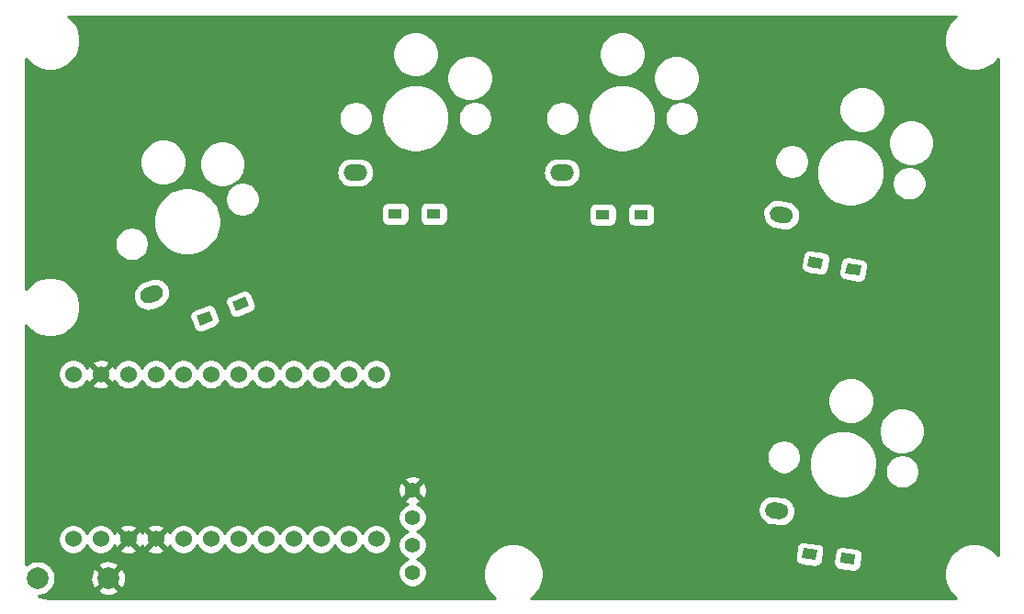
<source format=gtl>
%TF.GenerationSoftware,KiCad,Pcbnew,(5.1.9-0-10_14)*%
%TF.CreationDate,2021-06-22T22:50:01+09:00*%
%TF.ProjectId,quali5,7175616c-6935-42e6-9b69-6361645f7063,rev?*%
%TF.SameCoordinates,Original*%
%TF.FileFunction,Copper,L1,Top*%
%TF.FilePolarity,Positive*%
%FSLAX46Y46*%
G04 Gerber Fmt 4.6, Leading zero omitted, Abs format (unit mm)*
G04 Created by KiCad (PCBNEW (5.1.9-0-10_14)) date 2021-06-22 22:50:01*
%MOMM*%
%LPD*%
G01*
G04 APERTURE LIST*
%TA.AperFunction,ComponentPad*%
%ADD10O,2.200000X1.500000*%
%TD*%
%TA.AperFunction,ComponentPad*%
%ADD11C,1.524000*%
%TD*%
%TA.AperFunction,SMDPad,CuDef*%
%ADD12C,0.100000*%
%TD*%
%TA.AperFunction,SMDPad,CuDef*%
%ADD13R,1.300000X0.950000*%
%TD*%
%TA.AperFunction,ComponentPad*%
%ADD14C,1.397000*%
%TD*%
%TA.AperFunction,ComponentPad*%
%ADD15C,2.000000*%
%TD*%
%TA.AperFunction,Conductor*%
%ADD16C,0.250000*%
%TD*%
%TA.AperFunction,Conductor*%
%ADD17C,0.254000*%
%TD*%
%TA.AperFunction,Conductor*%
%ADD18C,0.100000*%
%TD*%
G04 APERTURE END LIST*
%TO.P,SW2,*%
%TO.N,*%
%TA.AperFunction,ComponentPad*%
G36*
G01*
X88147261Y-111822053D02*
X88147261Y-111822053D01*
G75*
G02*
X88561694Y-110845710I695388J280955D01*
G01*
X89210722Y-110583486D01*
G75*
G02*
X90187065Y-110997919I280955J-695388D01*
G01*
X90187065Y-110997919D01*
G75*
G02*
X89772632Y-111974262I-695388J-280955D01*
G01*
X89123604Y-112236486D01*
G75*
G02*
X88147261Y-111822053I-280955J695388D01*
G01*
G37*
%TD.AperFunction*%
%TD*%
D10*
%TO.P,SW4,*%
%TO.N,*%
X126990000Y-100170000D03*
%TD*%
D11*
%TO.P,U1,1*%
%TO.N,N/C*%
X81932000Y-134001400D03*
%TO.P,U1,2*%
X84472000Y-134001400D03*
%TO.P,U1,3*%
%TO.N,GND*%
X87012000Y-134001400D03*
%TO.P,U1,4*%
X89552000Y-134001400D03*
%TO.P,U1,5*%
%TO.N,SDA*%
X92092000Y-134001400D03*
%TO.P,U1,6*%
%TO.N,SCL*%
X94632000Y-134001400D03*
%TO.P,U1,7*%
%TO.N,N/C*%
X97172000Y-134001400D03*
%TO.P,U1,8*%
X99712000Y-134001400D03*
%TO.P,U1,9*%
X102252000Y-134001400D03*
%TO.P,U1,10*%
X104792000Y-134001400D03*
%TO.P,U1,11*%
X107332000Y-134001400D03*
%TO.P,U1,12*%
X109872000Y-134001400D03*
%TO.P,U1,13*%
%TO.N,col1*%
X109872000Y-118781400D03*
%TO.P,U1,14*%
%TO.N,N/C*%
X107332000Y-118781400D03*
%TO.P,U1,15*%
X104792000Y-118781400D03*
%TO.P,U1,16*%
%TO.N,row3*%
X102252000Y-118781400D03*
%TO.P,U1,17*%
%TO.N,row2*%
X99712000Y-118781400D03*
%TO.P,U1,18*%
%TO.N,row1*%
X97172000Y-118781400D03*
%TO.P,U1,19*%
%TO.N,col0*%
X94632000Y-118781400D03*
%TO.P,U1,20*%
%TO.N,row0*%
X92092000Y-118781400D03*
%TO.P,U1,21*%
%TO.N,VCC*%
X89552000Y-118781400D03*
%TO.P,U1,22*%
%TO.N,RST*%
X87012000Y-118781400D03*
%TO.P,U1,23*%
%TO.N,GND*%
X84472000Y-118781400D03*
%TO.P,U1,24*%
%TO.N,N/C*%
X81932000Y-118781400D03*
%TD*%
%TA.AperFunction,SMDPad,CuDef*%
D12*
%TO.P,D5,1*%
%TO.N,row3*%
G36*
X154054812Y-135414074D02*
G01*
X153939036Y-136356992D01*
X152648726Y-136198562D01*
X152764502Y-135255644D01*
X154054812Y-135414074D01*
G37*
%TD.AperFunction*%
%TA.AperFunction,SMDPad,CuDef*%
%TO.P,D5,2*%
%TO.N,Net-(D5-Pad2)*%
G36*
X150531274Y-134981438D02*
G01*
X150415498Y-135924356D01*
X149125188Y-135765926D01*
X149240964Y-134823008D01*
X150531274Y-134981438D01*
G37*
%TD.AperFunction*%
%TD*%
%TA.AperFunction,SMDPad,CuDef*%
%TO.P,D4,1*%
%TO.N,row3*%
G36*
X154580955Y-108764875D02*
G01*
X154407831Y-109698967D01*
X153129599Y-109462061D01*
X153302723Y-108527969D01*
X154580955Y-108764875D01*
G37*
%TD.AperFunction*%
%TA.AperFunction,SMDPad,CuDef*%
%TO.P,D4,2*%
%TO.N,Net-(D4-Pad2)*%
G36*
X151090401Y-108117939D02*
G01*
X150917277Y-109052031D01*
X149639045Y-108815125D01*
X149812169Y-107881033D01*
X151090401Y-108117939D01*
G37*
%TD.AperFunction*%
%TD*%
D13*
%TO.P,D3,1*%
%TO.N,row2*%
X134315000Y-104060000D03*
%TO.P,D3,2*%
%TO.N,Net-(D3-Pad2)*%
X130765000Y-104060000D03*
%TD*%
%TO.P,D2,1*%
%TO.N,row1*%
X115185000Y-103990000D03*
%TO.P,D2,2*%
%TO.N,Net-(D2-Pad2)*%
X111635000Y-103990000D03*
%TD*%
%TA.AperFunction,SMDPad,CuDef*%
D12*
%TO.P,D1,1*%
%TO.N,row0*%
G36*
X97780482Y-111601166D02*
G01*
X98136359Y-112481991D01*
X96931020Y-112968980D01*
X96575143Y-112088155D01*
X97780482Y-111601166D01*
G37*
%TD.AperFunction*%
%TA.AperFunction,SMDPad,CuDef*%
%TO.P,D1,2*%
%TO.N,Net-(D1-Pad2)*%
G36*
X94488980Y-112931020D02*
G01*
X94844857Y-113811845D01*
X93639518Y-114298834D01*
X93283641Y-113418009D01*
X94488980Y-112931020D01*
G37*
%TD.AperFunction*%
%TD*%
%TO.P,SW6,*%
%TO.N,*%
%TA.AperFunction,ComponentPad*%
G36*
G01*
X145700221Y-131242300D02*
X145700221Y-131242300D01*
G75*
G02*
X146536033Y-130589292I744410J-91402D01*
G01*
X147230815Y-130674600D01*
G75*
G02*
X147883823Y-131510412I-91402J-744410D01*
G01*
X147883823Y-131510412D01*
G75*
G02*
X147048011Y-132163420I-744410J91402D01*
G01*
X146353229Y-132078112D01*
G75*
G02*
X145700221Y-131242300I91402J744410D01*
G01*
G37*
%TD.AperFunction*%
%TD*%
D10*
%TO.P,SW3,*%
%TO.N,*%
X107940000Y-100170000D03*
%TD*%
D14*
%TO.P,OL1,1*%
%TO.N,SDA*%
X113210000Y-137090000D03*
%TO.P,OL1,2*%
%TO.N,SCL*%
X113210000Y-134550000D03*
%TO.P,OL1,3*%
%TO.N,VCC*%
X113210000Y-132010000D03*
%TO.P,OL1,4*%
%TO.N,GND*%
X113210000Y-129470000D03*
%TD*%
D15*
%TO.P,SW1,1*%
%TO.N,RST*%
X78660000Y-137590000D03*
%TO.P,SW1,2*%
%TO.N,GND*%
X85160000Y-137590000D03*
%TD*%
%TO.P,SW5,*%
%TO.N,*%
%TA.AperFunction,ComponentPad*%
G36*
G01*
X146140178Y-103874408D02*
X146140178Y-103874408D01*
G75*
G02*
X147014296Y-103273644I737441J-136677D01*
G01*
X147702574Y-103401208D01*
G75*
G02*
X148303338Y-104275326I-136677J-737441D01*
G01*
X148303338Y-104275326D01*
G75*
G02*
X147429220Y-104876090I-737441J136677D01*
G01*
X146740942Y-104748526D01*
G75*
G02*
X146140178Y-103874408I136677J737441D01*
G01*
G37*
%TD.AperFunction*%
%TD*%
D16*
%TO.N,Net-(D4-Pad2)*%
X150265869Y-108789290D02*
X150009290Y-108789290D01*
%TD*%
D17*
%TO.N,GND*%
X163234666Y-85826750D02*
X162846750Y-86214666D01*
X162541965Y-86670808D01*
X162332026Y-87177646D01*
X162225000Y-87715701D01*
X162225000Y-88264299D01*
X162332026Y-88802354D01*
X162541965Y-89309192D01*
X162846750Y-89765334D01*
X163234666Y-90153250D01*
X163690808Y-90458035D01*
X164197646Y-90667974D01*
X164735701Y-90775000D01*
X165284299Y-90775000D01*
X165822354Y-90667974D01*
X166329192Y-90458035D01*
X166785334Y-90153250D01*
X167173250Y-89765334D01*
X167250000Y-89650470D01*
X167250001Y-135529532D01*
X167173250Y-135414666D01*
X166785334Y-135026750D01*
X166329192Y-134721965D01*
X165822354Y-134512026D01*
X165284299Y-134405000D01*
X164735701Y-134405000D01*
X164197646Y-134512026D01*
X163690808Y-134721965D01*
X163234666Y-135026750D01*
X162846750Y-135414666D01*
X162541965Y-135870808D01*
X162332026Y-136377646D01*
X162225000Y-136915701D01*
X162225000Y-137464299D01*
X162332026Y-138002354D01*
X162541965Y-138509192D01*
X162846750Y-138965334D01*
X163234666Y-139353250D01*
X163349530Y-139430000D01*
X124170470Y-139430000D01*
X124285334Y-139353250D01*
X124673250Y-138965334D01*
X124978035Y-138509192D01*
X125187974Y-138002354D01*
X125295000Y-137464299D01*
X125295000Y-136915701D01*
X125187974Y-136377646D01*
X124978035Y-135870808D01*
X124939552Y-135813213D01*
X148488871Y-135813213D01*
X148510322Y-135936443D01*
X148555403Y-136053121D01*
X148622380Y-136158762D01*
X148708680Y-136249307D01*
X148810986Y-136321276D01*
X148925367Y-136371902D01*
X149047427Y-136399242D01*
X150337737Y-136557672D01*
X150462784Y-136560673D01*
X150586015Y-136539222D01*
X150702693Y-136494141D01*
X150808334Y-136427164D01*
X150898879Y-136340864D01*
X150965719Y-136245849D01*
X152012409Y-136245849D01*
X152033860Y-136369079D01*
X152078941Y-136485757D01*
X152145918Y-136591398D01*
X152232218Y-136681943D01*
X152334524Y-136753912D01*
X152448905Y-136804538D01*
X152570965Y-136831878D01*
X153861275Y-136990308D01*
X153986322Y-136993309D01*
X154109553Y-136971858D01*
X154226231Y-136926777D01*
X154331872Y-136859800D01*
X154422417Y-136773500D01*
X154494386Y-136671194D01*
X154545012Y-136556813D01*
X154572352Y-136434754D01*
X154688128Y-135491836D01*
X154691129Y-135366787D01*
X154669678Y-135243557D01*
X154624597Y-135126879D01*
X154557620Y-135021238D01*
X154471320Y-134930693D01*
X154369014Y-134858724D01*
X154254633Y-134808098D01*
X154132573Y-134780758D01*
X152842263Y-134622328D01*
X152717216Y-134619327D01*
X152593985Y-134640778D01*
X152477307Y-134685859D01*
X152371666Y-134752836D01*
X152281121Y-134839136D01*
X152209152Y-134941442D01*
X152158526Y-135055823D01*
X152131186Y-135177882D01*
X152015410Y-136120800D01*
X152012409Y-136245849D01*
X150965719Y-136245849D01*
X150970848Y-136238558D01*
X151021474Y-136124177D01*
X151048814Y-136002118D01*
X151164590Y-135059200D01*
X151167591Y-134934151D01*
X151146140Y-134810921D01*
X151101059Y-134694243D01*
X151034082Y-134588602D01*
X150947782Y-134498057D01*
X150845476Y-134426088D01*
X150731095Y-134375462D01*
X150609035Y-134348122D01*
X149318725Y-134189692D01*
X149193678Y-134186691D01*
X149070447Y-134208142D01*
X148953769Y-134253223D01*
X148848128Y-134320200D01*
X148757583Y-134406500D01*
X148685614Y-134508806D01*
X148634988Y-134623187D01*
X148607648Y-134745246D01*
X148491872Y-135688164D01*
X148488871Y-135813213D01*
X124939552Y-135813213D01*
X124673250Y-135414666D01*
X124285334Y-135026750D01*
X123829192Y-134721965D01*
X123322354Y-134512026D01*
X122784299Y-134405000D01*
X122235701Y-134405000D01*
X121697646Y-134512026D01*
X121190808Y-134721965D01*
X120734666Y-135026750D01*
X120346750Y-135414666D01*
X120041965Y-135870808D01*
X119832026Y-136377646D01*
X119725000Y-136915701D01*
X119725000Y-137464299D01*
X119832026Y-138002354D01*
X120041965Y-138509192D01*
X120346750Y-138965334D01*
X120734666Y-139353250D01*
X120849530Y-139430000D01*
X79692278Y-139430000D01*
X79254666Y-139387092D01*
X78864768Y-139269375D01*
X78781311Y-139225000D01*
X78821033Y-139225000D01*
X79136912Y-139162168D01*
X79434463Y-139038918D01*
X79702252Y-138859987D01*
X79836826Y-138725413D01*
X84204192Y-138725413D01*
X84299956Y-138989814D01*
X84589571Y-139130704D01*
X84901108Y-139212384D01*
X85222595Y-139231718D01*
X85541675Y-139187961D01*
X85846088Y-139082795D01*
X86020044Y-138989814D01*
X86115808Y-138725413D01*
X85160000Y-137769605D01*
X84204192Y-138725413D01*
X79836826Y-138725413D01*
X79929987Y-138632252D01*
X80108918Y-138364463D01*
X80232168Y-138066912D01*
X80295000Y-137751033D01*
X80295000Y-137652595D01*
X83518282Y-137652595D01*
X83562039Y-137971675D01*
X83667205Y-138276088D01*
X83760186Y-138450044D01*
X84024587Y-138545808D01*
X84980395Y-137590000D01*
X85339605Y-137590000D01*
X86295413Y-138545808D01*
X86559814Y-138450044D01*
X86700704Y-138160429D01*
X86782384Y-137848892D01*
X86801718Y-137527405D01*
X86757961Y-137208325D01*
X86652795Y-136903912D01*
X86559814Y-136729956D01*
X86295413Y-136634192D01*
X85339605Y-137590000D01*
X84980395Y-137590000D01*
X84024587Y-136634192D01*
X83760186Y-136729956D01*
X83619296Y-137019571D01*
X83537616Y-137331108D01*
X83518282Y-137652595D01*
X80295000Y-137652595D01*
X80295000Y-137428967D01*
X80232168Y-137113088D01*
X80108918Y-136815537D01*
X79929987Y-136547748D01*
X79836826Y-136454587D01*
X84204192Y-136454587D01*
X85160000Y-137410395D01*
X86115808Y-136454587D01*
X86020044Y-136190186D01*
X85730429Y-136049296D01*
X85418892Y-135967616D01*
X85097405Y-135948282D01*
X84778325Y-135992039D01*
X84473912Y-136097205D01*
X84299956Y-136190186D01*
X84204192Y-136454587D01*
X79836826Y-136454587D01*
X79702252Y-136320013D01*
X79434463Y-136141082D01*
X79136912Y-136017832D01*
X78821033Y-135955000D01*
X78498967Y-135955000D01*
X78183088Y-136017832D01*
X77885537Y-136141082D01*
X77617748Y-136320013D01*
X77570222Y-136367539D01*
X77570796Y-133863808D01*
X80535000Y-133863808D01*
X80535000Y-134138992D01*
X80588686Y-134408890D01*
X80693995Y-134663127D01*
X80846880Y-134891935D01*
X81041465Y-135086520D01*
X81270273Y-135239405D01*
X81524510Y-135344714D01*
X81794408Y-135398400D01*
X82069592Y-135398400D01*
X82339490Y-135344714D01*
X82593727Y-135239405D01*
X82822535Y-135086520D01*
X83017120Y-134891935D01*
X83170005Y-134663127D01*
X83202000Y-134585885D01*
X83233995Y-134663127D01*
X83386880Y-134891935D01*
X83581465Y-135086520D01*
X83810273Y-135239405D01*
X84064510Y-135344714D01*
X84334408Y-135398400D01*
X84609592Y-135398400D01*
X84879490Y-135344714D01*
X85133727Y-135239405D01*
X85362535Y-135086520D01*
X85482090Y-134966965D01*
X86226040Y-134966965D01*
X86293020Y-135207056D01*
X86542048Y-135324156D01*
X86809135Y-135390423D01*
X87084017Y-135403310D01*
X87356133Y-135362322D01*
X87615023Y-135269036D01*
X87730980Y-135207056D01*
X87797960Y-134966965D01*
X88766040Y-134966965D01*
X88833020Y-135207056D01*
X89082048Y-135324156D01*
X89349135Y-135390423D01*
X89624017Y-135403310D01*
X89896133Y-135362322D01*
X90155023Y-135269036D01*
X90270980Y-135207056D01*
X90337960Y-134966965D01*
X89552000Y-134181005D01*
X88766040Y-134966965D01*
X87797960Y-134966965D01*
X87012000Y-134181005D01*
X86226040Y-134966965D01*
X85482090Y-134966965D01*
X85557120Y-134891935D01*
X85710005Y-134663127D01*
X85739692Y-134591457D01*
X85744364Y-134604423D01*
X85806344Y-134720380D01*
X86046435Y-134787360D01*
X86832395Y-134001400D01*
X87191605Y-134001400D01*
X87977565Y-134787360D01*
X88217656Y-134720380D01*
X88279079Y-134589756D01*
X88284364Y-134604423D01*
X88346344Y-134720380D01*
X88586435Y-134787360D01*
X89372395Y-134001400D01*
X89731605Y-134001400D01*
X90517565Y-134787360D01*
X90757656Y-134720380D01*
X90821485Y-134584640D01*
X90853995Y-134663127D01*
X91006880Y-134891935D01*
X91201465Y-135086520D01*
X91430273Y-135239405D01*
X91684510Y-135344714D01*
X91954408Y-135398400D01*
X92229592Y-135398400D01*
X92499490Y-135344714D01*
X92753727Y-135239405D01*
X92982535Y-135086520D01*
X93177120Y-134891935D01*
X93330005Y-134663127D01*
X93362000Y-134585885D01*
X93393995Y-134663127D01*
X93546880Y-134891935D01*
X93741465Y-135086520D01*
X93970273Y-135239405D01*
X94224510Y-135344714D01*
X94494408Y-135398400D01*
X94769592Y-135398400D01*
X95039490Y-135344714D01*
X95293727Y-135239405D01*
X95522535Y-135086520D01*
X95717120Y-134891935D01*
X95870005Y-134663127D01*
X95902000Y-134585885D01*
X95933995Y-134663127D01*
X96086880Y-134891935D01*
X96281465Y-135086520D01*
X96510273Y-135239405D01*
X96764510Y-135344714D01*
X97034408Y-135398400D01*
X97309592Y-135398400D01*
X97579490Y-135344714D01*
X97833727Y-135239405D01*
X98062535Y-135086520D01*
X98257120Y-134891935D01*
X98410005Y-134663127D01*
X98442000Y-134585885D01*
X98473995Y-134663127D01*
X98626880Y-134891935D01*
X98821465Y-135086520D01*
X99050273Y-135239405D01*
X99304510Y-135344714D01*
X99574408Y-135398400D01*
X99849592Y-135398400D01*
X100119490Y-135344714D01*
X100373727Y-135239405D01*
X100602535Y-135086520D01*
X100797120Y-134891935D01*
X100950005Y-134663127D01*
X100982000Y-134585885D01*
X101013995Y-134663127D01*
X101166880Y-134891935D01*
X101361465Y-135086520D01*
X101590273Y-135239405D01*
X101844510Y-135344714D01*
X102114408Y-135398400D01*
X102389592Y-135398400D01*
X102659490Y-135344714D01*
X102913727Y-135239405D01*
X103142535Y-135086520D01*
X103337120Y-134891935D01*
X103490005Y-134663127D01*
X103522000Y-134585885D01*
X103553995Y-134663127D01*
X103706880Y-134891935D01*
X103901465Y-135086520D01*
X104130273Y-135239405D01*
X104384510Y-135344714D01*
X104654408Y-135398400D01*
X104929592Y-135398400D01*
X105199490Y-135344714D01*
X105453727Y-135239405D01*
X105682535Y-135086520D01*
X105877120Y-134891935D01*
X106030005Y-134663127D01*
X106062000Y-134585885D01*
X106093995Y-134663127D01*
X106246880Y-134891935D01*
X106441465Y-135086520D01*
X106670273Y-135239405D01*
X106924510Y-135344714D01*
X107194408Y-135398400D01*
X107469592Y-135398400D01*
X107739490Y-135344714D01*
X107993727Y-135239405D01*
X108222535Y-135086520D01*
X108417120Y-134891935D01*
X108570005Y-134663127D01*
X108602000Y-134585885D01*
X108633995Y-134663127D01*
X108786880Y-134891935D01*
X108981465Y-135086520D01*
X109210273Y-135239405D01*
X109464510Y-135344714D01*
X109734408Y-135398400D01*
X110009592Y-135398400D01*
X110279490Y-135344714D01*
X110533727Y-135239405D01*
X110762535Y-135086520D01*
X110957120Y-134891935D01*
X111110005Y-134663127D01*
X111215314Y-134408890D01*
X111269000Y-134138992D01*
X111269000Y-133863808D01*
X111215314Y-133593910D01*
X111110005Y-133339673D01*
X110957120Y-133110865D01*
X110762535Y-132916280D01*
X110533727Y-132763395D01*
X110279490Y-132658086D01*
X110009592Y-132604400D01*
X109734408Y-132604400D01*
X109464510Y-132658086D01*
X109210273Y-132763395D01*
X108981465Y-132916280D01*
X108786880Y-133110865D01*
X108633995Y-133339673D01*
X108602000Y-133416915D01*
X108570005Y-133339673D01*
X108417120Y-133110865D01*
X108222535Y-132916280D01*
X107993727Y-132763395D01*
X107739490Y-132658086D01*
X107469592Y-132604400D01*
X107194408Y-132604400D01*
X106924510Y-132658086D01*
X106670273Y-132763395D01*
X106441465Y-132916280D01*
X106246880Y-133110865D01*
X106093995Y-133339673D01*
X106062000Y-133416915D01*
X106030005Y-133339673D01*
X105877120Y-133110865D01*
X105682535Y-132916280D01*
X105453727Y-132763395D01*
X105199490Y-132658086D01*
X104929592Y-132604400D01*
X104654408Y-132604400D01*
X104384510Y-132658086D01*
X104130273Y-132763395D01*
X103901465Y-132916280D01*
X103706880Y-133110865D01*
X103553995Y-133339673D01*
X103522000Y-133416915D01*
X103490005Y-133339673D01*
X103337120Y-133110865D01*
X103142535Y-132916280D01*
X102913727Y-132763395D01*
X102659490Y-132658086D01*
X102389592Y-132604400D01*
X102114408Y-132604400D01*
X101844510Y-132658086D01*
X101590273Y-132763395D01*
X101361465Y-132916280D01*
X101166880Y-133110865D01*
X101013995Y-133339673D01*
X100982000Y-133416915D01*
X100950005Y-133339673D01*
X100797120Y-133110865D01*
X100602535Y-132916280D01*
X100373727Y-132763395D01*
X100119490Y-132658086D01*
X99849592Y-132604400D01*
X99574408Y-132604400D01*
X99304510Y-132658086D01*
X99050273Y-132763395D01*
X98821465Y-132916280D01*
X98626880Y-133110865D01*
X98473995Y-133339673D01*
X98442000Y-133416915D01*
X98410005Y-133339673D01*
X98257120Y-133110865D01*
X98062535Y-132916280D01*
X97833727Y-132763395D01*
X97579490Y-132658086D01*
X97309592Y-132604400D01*
X97034408Y-132604400D01*
X96764510Y-132658086D01*
X96510273Y-132763395D01*
X96281465Y-132916280D01*
X96086880Y-133110865D01*
X95933995Y-133339673D01*
X95902000Y-133416915D01*
X95870005Y-133339673D01*
X95717120Y-133110865D01*
X95522535Y-132916280D01*
X95293727Y-132763395D01*
X95039490Y-132658086D01*
X94769592Y-132604400D01*
X94494408Y-132604400D01*
X94224510Y-132658086D01*
X93970273Y-132763395D01*
X93741465Y-132916280D01*
X93546880Y-133110865D01*
X93393995Y-133339673D01*
X93362000Y-133416915D01*
X93330005Y-133339673D01*
X93177120Y-133110865D01*
X92982535Y-132916280D01*
X92753727Y-132763395D01*
X92499490Y-132658086D01*
X92229592Y-132604400D01*
X91954408Y-132604400D01*
X91684510Y-132658086D01*
X91430273Y-132763395D01*
X91201465Y-132916280D01*
X91006880Y-133110865D01*
X90853995Y-133339673D01*
X90824308Y-133411343D01*
X90819636Y-133398377D01*
X90757656Y-133282420D01*
X90517565Y-133215440D01*
X89731605Y-134001400D01*
X89372395Y-134001400D01*
X88586435Y-133215440D01*
X88346344Y-133282420D01*
X88284921Y-133413044D01*
X88279636Y-133398377D01*
X88217656Y-133282420D01*
X87977565Y-133215440D01*
X87191605Y-134001400D01*
X86832395Y-134001400D01*
X86046435Y-133215440D01*
X85806344Y-133282420D01*
X85742515Y-133418160D01*
X85710005Y-133339673D01*
X85557120Y-133110865D01*
X85482090Y-133035835D01*
X86226040Y-133035835D01*
X87012000Y-133821795D01*
X87797960Y-133035835D01*
X88766040Y-133035835D01*
X89552000Y-133821795D01*
X90337960Y-133035835D01*
X90270980Y-132795744D01*
X90021952Y-132678644D01*
X89754865Y-132612377D01*
X89479983Y-132599490D01*
X89207867Y-132640478D01*
X88948977Y-132733764D01*
X88833020Y-132795744D01*
X88766040Y-133035835D01*
X87797960Y-133035835D01*
X87730980Y-132795744D01*
X87481952Y-132678644D01*
X87214865Y-132612377D01*
X86939983Y-132599490D01*
X86667867Y-132640478D01*
X86408977Y-132733764D01*
X86293020Y-132795744D01*
X86226040Y-133035835D01*
X85482090Y-133035835D01*
X85362535Y-132916280D01*
X85133727Y-132763395D01*
X84879490Y-132658086D01*
X84609592Y-132604400D01*
X84334408Y-132604400D01*
X84064510Y-132658086D01*
X83810273Y-132763395D01*
X83581465Y-132916280D01*
X83386880Y-133110865D01*
X83233995Y-133339673D01*
X83202000Y-133416915D01*
X83170005Y-133339673D01*
X83017120Y-133110865D01*
X82822535Y-132916280D01*
X82593727Y-132763395D01*
X82339490Y-132658086D01*
X82069592Y-132604400D01*
X81794408Y-132604400D01*
X81524510Y-132658086D01*
X81270273Y-132763395D01*
X81041465Y-132916280D01*
X80846880Y-133110865D01*
X80693995Y-133339673D01*
X80588686Y-133593910D01*
X80535000Y-133863808D01*
X77570796Y-133863808D01*
X77571251Y-131878662D01*
X111876500Y-131878662D01*
X111876500Y-132141338D01*
X111927746Y-132398968D01*
X112028268Y-132641649D01*
X112174203Y-132860057D01*
X112359943Y-133045797D01*
X112578351Y-133191732D01*
X112791448Y-133280000D01*
X112578351Y-133368268D01*
X112359943Y-133514203D01*
X112174203Y-133699943D01*
X112028268Y-133918351D01*
X111927746Y-134161032D01*
X111876500Y-134418662D01*
X111876500Y-134681338D01*
X111927746Y-134938968D01*
X112028268Y-135181649D01*
X112174203Y-135400057D01*
X112359943Y-135585797D01*
X112578351Y-135731732D01*
X112791448Y-135820000D01*
X112578351Y-135908268D01*
X112359943Y-136054203D01*
X112174203Y-136239943D01*
X112028268Y-136458351D01*
X111927746Y-136701032D01*
X111876500Y-136958662D01*
X111876500Y-137221338D01*
X111927746Y-137478968D01*
X112028268Y-137721649D01*
X112174203Y-137940057D01*
X112359943Y-138125797D01*
X112578351Y-138271732D01*
X112821032Y-138372254D01*
X113078662Y-138423500D01*
X113341338Y-138423500D01*
X113598968Y-138372254D01*
X113841649Y-138271732D01*
X114060057Y-138125797D01*
X114245797Y-137940057D01*
X114391732Y-137721649D01*
X114492254Y-137478968D01*
X114543500Y-137221338D01*
X114543500Y-136958662D01*
X114492254Y-136701032D01*
X114391732Y-136458351D01*
X114245797Y-136239943D01*
X114060057Y-136054203D01*
X113841649Y-135908268D01*
X113628552Y-135820000D01*
X113841649Y-135731732D01*
X114060057Y-135585797D01*
X114245797Y-135400057D01*
X114391732Y-135181649D01*
X114492254Y-134938968D01*
X114543500Y-134681338D01*
X114543500Y-134418662D01*
X114492254Y-134161032D01*
X114391732Y-133918351D01*
X114245797Y-133699943D01*
X114060057Y-133514203D01*
X113841649Y-133368268D01*
X113628552Y-133280000D01*
X113841649Y-133191732D01*
X114060057Y-133045797D01*
X114245797Y-132860057D01*
X114391732Y-132641649D01*
X114492254Y-132398968D01*
X114543500Y-132141338D01*
X114543500Y-131878662D01*
X114492254Y-131621032D01*
X114415959Y-131436839D01*
X145056757Y-131436839D01*
X145103546Y-131705618D01*
X145201872Y-131960105D01*
X145347957Y-132190519D01*
X145536186Y-132388006D01*
X145759326Y-132544977D01*
X146008802Y-132655399D01*
X146208314Y-132700086D01*
X147038155Y-132801978D01*
X147242550Y-132806884D01*
X147511330Y-132760095D01*
X147765817Y-132661769D01*
X147996230Y-132515684D01*
X148193717Y-132327456D01*
X148350688Y-132104315D01*
X148461111Y-131854839D01*
X148520740Y-131588614D01*
X148527287Y-131315873D01*
X148480498Y-131047094D01*
X148382172Y-130792607D01*
X148236087Y-130562193D01*
X148047859Y-130364706D01*
X147824718Y-130207735D01*
X147575242Y-130097313D01*
X147375731Y-130052626D01*
X146545889Y-129950734D01*
X146341494Y-129945828D01*
X146072715Y-129992617D01*
X145818228Y-130090943D01*
X145587814Y-130237028D01*
X145390327Y-130425257D01*
X145233356Y-130648397D01*
X145122934Y-130897873D01*
X145063304Y-131164098D01*
X145056757Y-131436839D01*
X114415959Y-131436839D01*
X114391732Y-131378351D01*
X114245797Y-131159943D01*
X114060057Y-130974203D01*
X113841649Y-130828268D01*
X113624430Y-130738293D01*
X113790842Y-130677514D01*
X113891314Y-130623812D01*
X113950592Y-130390197D01*
X113210000Y-129649605D01*
X112469408Y-130390197D01*
X112528686Y-130623812D01*
X112766875Y-130734559D01*
X112790622Y-130740342D01*
X112578351Y-130828268D01*
X112359943Y-130974203D01*
X112174203Y-131159943D01*
X112028268Y-131378351D01*
X111927746Y-131621032D01*
X111876500Y-131878662D01*
X77571251Y-131878662D01*
X77571786Y-129544533D01*
X111872124Y-129544533D01*
X111912371Y-129804107D01*
X112002486Y-130050842D01*
X112056188Y-130151314D01*
X112289803Y-130210592D01*
X113030395Y-129470000D01*
X113389605Y-129470000D01*
X114130197Y-130210592D01*
X114363812Y-130151314D01*
X114474559Y-129913125D01*
X114536711Y-129657907D01*
X114547876Y-129395467D01*
X114507629Y-129135893D01*
X114417514Y-128889158D01*
X114363812Y-128788686D01*
X114130197Y-128729408D01*
X113389605Y-129470000D01*
X113030395Y-129470000D01*
X112289803Y-128729408D01*
X112056188Y-128788686D01*
X111945441Y-129026875D01*
X111883289Y-129282093D01*
X111872124Y-129544533D01*
X77571786Y-129544533D01*
X77572014Y-128549803D01*
X112469408Y-128549803D01*
X113210000Y-129290395D01*
X113950592Y-128549803D01*
X113891314Y-128316188D01*
X113653125Y-128205441D01*
X113397907Y-128143289D01*
X113135467Y-128132124D01*
X112875893Y-128172371D01*
X112629158Y-128262486D01*
X112528686Y-128316188D01*
X112469408Y-128549803D01*
X77572014Y-128549803D01*
X77572538Y-126263610D01*
X145865996Y-126263610D01*
X145865996Y-126575828D01*
X145926907Y-126882046D01*
X146046387Y-127170498D01*
X146219846Y-127430098D01*
X146440617Y-127650869D01*
X146700217Y-127824328D01*
X146988669Y-127943808D01*
X147294887Y-128004719D01*
X147607105Y-128004719D01*
X147913323Y-127943808D01*
X148201775Y-127824328D01*
X148461375Y-127650869D01*
X148682146Y-127430098D01*
X148855605Y-127170498D01*
X148975085Y-126882046D01*
X148995138Y-126781229D01*
X149775000Y-126781229D01*
X149775000Y-127398771D01*
X149895476Y-128004446D01*
X150131799Y-128574979D01*
X150474886Y-129088446D01*
X150911554Y-129525114D01*
X151425021Y-129868201D01*
X151995554Y-130104524D01*
X152601229Y-130225000D01*
X153218771Y-130225000D01*
X153824446Y-130104524D01*
X154394979Y-129868201D01*
X154908446Y-129525114D01*
X155345114Y-129088446D01*
X155688201Y-128574979D01*
X155924524Y-128004446D01*
X156004143Y-127604172D01*
X156784004Y-127604172D01*
X156784004Y-127916390D01*
X156844915Y-128222608D01*
X156964395Y-128511060D01*
X157137854Y-128770660D01*
X157358625Y-128991431D01*
X157618225Y-129164890D01*
X157906677Y-129284370D01*
X158212895Y-129345281D01*
X158525113Y-129345281D01*
X158831331Y-129284370D01*
X159119783Y-129164890D01*
X159379383Y-128991431D01*
X159600154Y-128770660D01*
X159773613Y-128511060D01*
X159893093Y-128222608D01*
X159954004Y-127916390D01*
X159954004Y-127604172D01*
X159893093Y-127297954D01*
X159773613Y-127009502D01*
X159600154Y-126749902D01*
X159379383Y-126529131D01*
X159119783Y-126355672D01*
X158831331Y-126236192D01*
X158525113Y-126175281D01*
X158212895Y-126175281D01*
X157906677Y-126236192D01*
X157618225Y-126355672D01*
X157358625Y-126529131D01*
X157137854Y-126749902D01*
X156964395Y-127009502D01*
X156844915Y-127297954D01*
X156784004Y-127604172D01*
X156004143Y-127604172D01*
X156045000Y-127398771D01*
X156045000Y-126781229D01*
X155924524Y-126175554D01*
X155688201Y-125605021D01*
X155345114Y-125091554D01*
X154908446Y-124654886D01*
X154394979Y-124311799D01*
X153824446Y-124075476D01*
X153218771Y-123955000D01*
X152601229Y-123955000D01*
X151995554Y-124075476D01*
X151425021Y-124311799D01*
X150911554Y-124654886D01*
X150474886Y-125091554D01*
X150131799Y-125605021D01*
X149895476Y-126175554D01*
X149775000Y-126781229D01*
X148995138Y-126781229D01*
X149035996Y-126575828D01*
X149035996Y-126263610D01*
X148975085Y-125957392D01*
X148855605Y-125668940D01*
X148682146Y-125409340D01*
X148461375Y-125188569D01*
X148201775Y-125015110D01*
X147913323Y-124895630D01*
X147607105Y-124834719D01*
X147294887Y-124834719D01*
X146988669Y-124895630D01*
X146700217Y-125015110D01*
X146440617Y-125188569D01*
X146219846Y-125409340D01*
X146046387Y-125668940D01*
X145926907Y-125957392D01*
X145865996Y-126263610D01*
X77572538Y-126263610D01*
X77573099Y-123816647D01*
X156188647Y-123816647D01*
X156188647Y-124237205D01*
X156270694Y-124649682D01*
X156431635Y-125038228D01*
X156665284Y-125387909D01*
X156962664Y-125685289D01*
X157312345Y-125918938D01*
X157700891Y-126079879D01*
X158113368Y-126161926D01*
X158533926Y-126161926D01*
X158946403Y-126079879D01*
X159334949Y-125918938D01*
X159684630Y-125685289D01*
X159982010Y-125387909D01*
X160215659Y-125038228D01*
X160376600Y-124649682D01*
X160458647Y-124237205D01*
X160458647Y-123816647D01*
X160376600Y-123404170D01*
X160215659Y-123015624D01*
X159982010Y-122665943D01*
X159684630Y-122368563D01*
X159334949Y-122134914D01*
X158946403Y-121973973D01*
X158533926Y-121891926D01*
X158113368Y-121891926D01*
X157700891Y-121973973D01*
X157312345Y-122134914D01*
X156962664Y-122368563D01*
X156665284Y-122665943D01*
X156431635Y-123015624D01*
X156270694Y-123404170D01*
X156188647Y-123816647D01*
X77573099Y-123816647D01*
X77573740Y-121023699D01*
X151494029Y-121023699D01*
X151494029Y-121444257D01*
X151576076Y-121856734D01*
X151737017Y-122245280D01*
X151970666Y-122594961D01*
X152268046Y-122892341D01*
X152617727Y-123125990D01*
X153006273Y-123286931D01*
X153418750Y-123368978D01*
X153839308Y-123368978D01*
X154251785Y-123286931D01*
X154640331Y-123125990D01*
X154990012Y-122892341D01*
X155287392Y-122594961D01*
X155521041Y-122245280D01*
X155681982Y-121856734D01*
X155764029Y-121444257D01*
X155764029Y-121023699D01*
X155681982Y-120611222D01*
X155521041Y-120222676D01*
X155287392Y-119872995D01*
X154990012Y-119575615D01*
X154640331Y-119341966D01*
X154251785Y-119181025D01*
X153839308Y-119098978D01*
X153418750Y-119098978D01*
X153006273Y-119181025D01*
X152617727Y-119341966D01*
X152268046Y-119575615D01*
X151970666Y-119872995D01*
X151737017Y-120222676D01*
X151576076Y-120611222D01*
X151494029Y-121023699D01*
X77573740Y-121023699D01*
X77574286Y-118643808D01*
X80535000Y-118643808D01*
X80535000Y-118918992D01*
X80588686Y-119188890D01*
X80693995Y-119443127D01*
X80846880Y-119671935D01*
X81041465Y-119866520D01*
X81270273Y-120019405D01*
X81524510Y-120124714D01*
X81794408Y-120178400D01*
X82069592Y-120178400D01*
X82339490Y-120124714D01*
X82593727Y-120019405D01*
X82822535Y-119866520D01*
X82942090Y-119746965D01*
X83686040Y-119746965D01*
X83753020Y-119987056D01*
X84002048Y-120104156D01*
X84269135Y-120170423D01*
X84544017Y-120183310D01*
X84816133Y-120142322D01*
X85075023Y-120049036D01*
X85190980Y-119987056D01*
X85257960Y-119746965D01*
X84472000Y-118961005D01*
X83686040Y-119746965D01*
X82942090Y-119746965D01*
X83017120Y-119671935D01*
X83170005Y-119443127D01*
X83199692Y-119371457D01*
X83204364Y-119384423D01*
X83266344Y-119500380D01*
X83506435Y-119567360D01*
X84292395Y-118781400D01*
X84651605Y-118781400D01*
X85437565Y-119567360D01*
X85677656Y-119500380D01*
X85741485Y-119364640D01*
X85773995Y-119443127D01*
X85926880Y-119671935D01*
X86121465Y-119866520D01*
X86350273Y-120019405D01*
X86604510Y-120124714D01*
X86874408Y-120178400D01*
X87149592Y-120178400D01*
X87419490Y-120124714D01*
X87673727Y-120019405D01*
X87902535Y-119866520D01*
X88097120Y-119671935D01*
X88250005Y-119443127D01*
X88282000Y-119365885D01*
X88313995Y-119443127D01*
X88466880Y-119671935D01*
X88661465Y-119866520D01*
X88890273Y-120019405D01*
X89144510Y-120124714D01*
X89414408Y-120178400D01*
X89689592Y-120178400D01*
X89959490Y-120124714D01*
X90213727Y-120019405D01*
X90442535Y-119866520D01*
X90637120Y-119671935D01*
X90790005Y-119443127D01*
X90822000Y-119365885D01*
X90853995Y-119443127D01*
X91006880Y-119671935D01*
X91201465Y-119866520D01*
X91430273Y-120019405D01*
X91684510Y-120124714D01*
X91954408Y-120178400D01*
X92229592Y-120178400D01*
X92499490Y-120124714D01*
X92753727Y-120019405D01*
X92982535Y-119866520D01*
X93177120Y-119671935D01*
X93330005Y-119443127D01*
X93362000Y-119365885D01*
X93393995Y-119443127D01*
X93546880Y-119671935D01*
X93741465Y-119866520D01*
X93970273Y-120019405D01*
X94224510Y-120124714D01*
X94494408Y-120178400D01*
X94769592Y-120178400D01*
X95039490Y-120124714D01*
X95293727Y-120019405D01*
X95522535Y-119866520D01*
X95717120Y-119671935D01*
X95870005Y-119443127D01*
X95902000Y-119365885D01*
X95933995Y-119443127D01*
X96086880Y-119671935D01*
X96281465Y-119866520D01*
X96510273Y-120019405D01*
X96764510Y-120124714D01*
X97034408Y-120178400D01*
X97309592Y-120178400D01*
X97579490Y-120124714D01*
X97833727Y-120019405D01*
X98062535Y-119866520D01*
X98257120Y-119671935D01*
X98410005Y-119443127D01*
X98442000Y-119365885D01*
X98473995Y-119443127D01*
X98626880Y-119671935D01*
X98821465Y-119866520D01*
X99050273Y-120019405D01*
X99304510Y-120124714D01*
X99574408Y-120178400D01*
X99849592Y-120178400D01*
X100119490Y-120124714D01*
X100373727Y-120019405D01*
X100602535Y-119866520D01*
X100797120Y-119671935D01*
X100950005Y-119443127D01*
X100982000Y-119365885D01*
X101013995Y-119443127D01*
X101166880Y-119671935D01*
X101361465Y-119866520D01*
X101590273Y-120019405D01*
X101844510Y-120124714D01*
X102114408Y-120178400D01*
X102389592Y-120178400D01*
X102659490Y-120124714D01*
X102913727Y-120019405D01*
X103142535Y-119866520D01*
X103337120Y-119671935D01*
X103490005Y-119443127D01*
X103522000Y-119365885D01*
X103553995Y-119443127D01*
X103706880Y-119671935D01*
X103901465Y-119866520D01*
X104130273Y-120019405D01*
X104384510Y-120124714D01*
X104654408Y-120178400D01*
X104929592Y-120178400D01*
X105199490Y-120124714D01*
X105453727Y-120019405D01*
X105682535Y-119866520D01*
X105877120Y-119671935D01*
X106030005Y-119443127D01*
X106062000Y-119365885D01*
X106093995Y-119443127D01*
X106246880Y-119671935D01*
X106441465Y-119866520D01*
X106670273Y-120019405D01*
X106924510Y-120124714D01*
X107194408Y-120178400D01*
X107469592Y-120178400D01*
X107739490Y-120124714D01*
X107993727Y-120019405D01*
X108222535Y-119866520D01*
X108417120Y-119671935D01*
X108570005Y-119443127D01*
X108602000Y-119365885D01*
X108633995Y-119443127D01*
X108786880Y-119671935D01*
X108981465Y-119866520D01*
X109210273Y-120019405D01*
X109464510Y-120124714D01*
X109734408Y-120178400D01*
X110009592Y-120178400D01*
X110279490Y-120124714D01*
X110533727Y-120019405D01*
X110762535Y-119866520D01*
X110957120Y-119671935D01*
X111110005Y-119443127D01*
X111215314Y-119188890D01*
X111269000Y-118918992D01*
X111269000Y-118643808D01*
X111215314Y-118373910D01*
X111110005Y-118119673D01*
X110957120Y-117890865D01*
X110762535Y-117696280D01*
X110533727Y-117543395D01*
X110279490Y-117438086D01*
X110009592Y-117384400D01*
X109734408Y-117384400D01*
X109464510Y-117438086D01*
X109210273Y-117543395D01*
X108981465Y-117696280D01*
X108786880Y-117890865D01*
X108633995Y-118119673D01*
X108602000Y-118196915D01*
X108570005Y-118119673D01*
X108417120Y-117890865D01*
X108222535Y-117696280D01*
X107993727Y-117543395D01*
X107739490Y-117438086D01*
X107469592Y-117384400D01*
X107194408Y-117384400D01*
X106924510Y-117438086D01*
X106670273Y-117543395D01*
X106441465Y-117696280D01*
X106246880Y-117890865D01*
X106093995Y-118119673D01*
X106062000Y-118196915D01*
X106030005Y-118119673D01*
X105877120Y-117890865D01*
X105682535Y-117696280D01*
X105453727Y-117543395D01*
X105199490Y-117438086D01*
X104929592Y-117384400D01*
X104654408Y-117384400D01*
X104384510Y-117438086D01*
X104130273Y-117543395D01*
X103901465Y-117696280D01*
X103706880Y-117890865D01*
X103553995Y-118119673D01*
X103522000Y-118196915D01*
X103490005Y-118119673D01*
X103337120Y-117890865D01*
X103142535Y-117696280D01*
X102913727Y-117543395D01*
X102659490Y-117438086D01*
X102389592Y-117384400D01*
X102114408Y-117384400D01*
X101844510Y-117438086D01*
X101590273Y-117543395D01*
X101361465Y-117696280D01*
X101166880Y-117890865D01*
X101013995Y-118119673D01*
X100982000Y-118196915D01*
X100950005Y-118119673D01*
X100797120Y-117890865D01*
X100602535Y-117696280D01*
X100373727Y-117543395D01*
X100119490Y-117438086D01*
X99849592Y-117384400D01*
X99574408Y-117384400D01*
X99304510Y-117438086D01*
X99050273Y-117543395D01*
X98821465Y-117696280D01*
X98626880Y-117890865D01*
X98473995Y-118119673D01*
X98442000Y-118196915D01*
X98410005Y-118119673D01*
X98257120Y-117890865D01*
X98062535Y-117696280D01*
X97833727Y-117543395D01*
X97579490Y-117438086D01*
X97309592Y-117384400D01*
X97034408Y-117384400D01*
X96764510Y-117438086D01*
X96510273Y-117543395D01*
X96281465Y-117696280D01*
X96086880Y-117890865D01*
X95933995Y-118119673D01*
X95902000Y-118196915D01*
X95870005Y-118119673D01*
X95717120Y-117890865D01*
X95522535Y-117696280D01*
X95293727Y-117543395D01*
X95039490Y-117438086D01*
X94769592Y-117384400D01*
X94494408Y-117384400D01*
X94224510Y-117438086D01*
X93970273Y-117543395D01*
X93741465Y-117696280D01*
X93546880Y-117890865D01*
X93393995Y-118119673D01*
X93362000Y-118196915D01*
X93330005Y-118119673D01*
X93177120Y-117890865D01*
X92982535Y-117696280D01*
X92753727Y-117543395D01*
X92499490Y-117438086D01*
X92229592Y-117384400D01*
X91954408Y-117384400D01*
X91684510Y-117438086D01*
X91430273Y-117543395D01*
X91201465Y-117696280D01*
X91006880Y-117890865D01*
X90853995Y-118119673D01*
X90822000Y-118196915D01*
X90790005Y-118119673D01*
X90637120Y-117890865D01*
X90442535Y-117696280D01*
X90213727Y-117543395D01*
X89959490Y-117438086D01*
X89689592Y-117384400D01*
X89414408Y-117384400D01*
X89144510Y-117438086D01*
X88890273Y-117543395D01*
X88661465Y-117696280D01*
X88466880Y-117890865D01*
X88313995Y-118119673D01*
X88282000Y-118196915D01*
X88250005Y-118119673D01*
X88097120Y-117890865D01*
X87902535Y-117696280D01*
X87673727Y-117543395D01*
X87419490Y-117438086D01*
X87149592Y-117384400D01*
X86874408Y-117384400D01*
X86604510Y-117438086D01*
X86350273Y-117543395D01*
X86121465Y-117696280D01*
X85926880Y-117890865D01*
X85773995Y-118119673D01*
X85744308Y-118191343D01*
X85739636Y-118178377D01*
X85677656Y-118062420D01*
X85437565Y-117995440D01*
X84651605Y-118781400D01*
X84292395Y-118781400D01*
X83506435Y-117995440D01*
X83266344Y-118062420D01*
X83202515Y-118198160D01*
X83170005Y-118119673D01*
X83017120Y-117890865D01*
X82942090Y-117815835D01*
X83686040Y-117815835D01*
X84472000Y-118601795D01*
X85257960Y-117815835D01*
X85190980Y-117575744D01*
X84941952Y-117458644D01*
X84674865Y-117392377D01*
X84399983Y-117379490D01*
X84127867Y-117420478D01*
X83868977Y-117513764D01*
X83753020Y-117575744D01*
X83686040Y-117815835D01*
X82942090Y-117815835D01*
X82822535Y-117696280D01*
X82593727Y-117543395D01*
X82339490Y-117438086D01*
X82069592Y-117384400D01*
X81794408Y-117384400D01*
X81524510Y-117438086D01*
X81270273Y-117543395D01*
X81041465Y-117696280D01*
X80846880Y-117890865D01*
X80693995Y-118119673D01*
X80588686Y-118373910D01*
X80535000Y-118643808D01*
X77574286Y-118643808D01*
X77575292Y-114258391D01*
X77646750Y-114365334D01*
X78034666Y-114753250D01*
X78490808Y-115058035D01*
X78997646Y-115267974D01*
X79535701Y-115375000D01*
X80084299Y-115375000D01*
X80622354Y-115267974D01*
X81129192Y-115058035D01*
X81585334Y-114753250D01*
X81973250Y-114365334D01*
X82278035Y-113909192D01*
X82483795Y-113412441D01*
X92645593Y-113412441D01*
X92656767Y-113537025D01*
X92692031Y-113657035D01*
X93047908Y-114537860D01*
X93105907Y-114648685D01*
X93184413Y-114746065D01*
X93280408Y-114826258D01*
X93390204Y-114886182D01*
X93509580Y-114923536D01*
X93633950Y-114936882D01*
X93758534Y-114925708D01*
X93878544Y-114890444D01*
X95083883Y-114403455D01*
X95194708Y-114345456D01*
X95292088Y-114266950D01*
X95372281Y-114170955D01*
X95432206Y-114061159D01*
X95469559Y-113941783D01*
X95482905Y-113817413D01*
X95471731Y-113692829D01*
X95436467Y-113572819D01*
X95080590Y-112691994D01*
X95022591Y-112581169D01*
X94944085Y-112483789D01*
X94848090Y-112403596D01*
X94738294Y-112343672D01*
X94618918Y-112306318D01*
X94494548Y-112292972D01*
X94369964Y-112304146D01*
X94249954Y-112339410D01*
X93044615Y-112826399D01*
X92933790Y-112884398D01*
X92836410Y-112962904D01*
X92756217Y-113058899D01*
X92696292Y-113168695D01*
X92658939Y-113288071D01*
X92645593Y-113412441D01*
X82483795Y-113412441D01*
X82487974Y-113402354D01*
X82595000Y-112864299D01*
X82595000Y-112315701D01*
X82487974Y-111777646D01*
X82384963Y-111528953D01*
X87451002Y-111528953D01*
X87475372Y-111800683D01*
X87552287Y-112062437D01*
X87678789Y-112304157D01*
X87850018Y-112516553D01*
X88059393Y-112691463D01*
X88298868Y-112822165D01*
X88559240Y-112903636D01*
X88830504Y-112932745D01*
X89102234Y-112908375D01*
X89298395Y-112850734D01*
X90073589Y-112537536D01*
X90254736Y-112442734D01*
X90467132Y-112271505D01*
X90624952Y-112082587D01*
X95937095Y-112082587D01*
X95948269Y-112207171D01*
X95983533Y-112327181D01*
X96339410Y-113208006D01*
X96397409Y-113318831D01*
X96475915Y-113416211D01*
X96571910Y-113496404D01*
X96681706Y-113556328D01*
X96801082Y-113593682D01*
X96925452Y-113607028D01*
X97050036Y-113595854D01*
X97170046Y-113560590D01*
X98375385Y-113073601D01*
X98486210Y-113015602D01*
X98583590Y-112937096D01*
X98663783Y-112841101D01*
X98723708Y-112731305D01*
X98761061Y-112611929D01*
X98774407Y-112487559D01*
X98763233Y-112362975D01*
X98727969Y-112242965D01*
X98372092Y-111362140D01*
X98314093Y-111251315D01*
X98235587Y-111153935D01*
X98139592Y-111073742D01*
X98029796Y-111013818D01*
X97910420Y-110976464D01*
X97786050Y-110963118D01*
X97661466Y-110974292D01*
X97541456Y-111009556D01*
X96336117Y-111496545D01*
X96225292Y-111554544D01*
X96127912Y-111633050D01*
X96047719Y-111729045D01*
X95987794Y-111838841D01*
X95950441Y-111958217D01*
X95937095Y-112082587D01*
X90624952Y-112082587D01*
X90642042Y-112062130D01*
X90772743Y-111822655D01*
X90854215Y-111562283D01*
X90883324Y-111291020D01*
X90858954Y-111019289D01*
X90782039Y-110757535D01*
X90655537Y-110515815D01*
X90484308Y-110303419D01*
X90274933Y-110128509D01*
X90035458Y-109997808D01*
X89775086Y-109916336D01*
X89503822Y-109887227D01*
X89232091Y-109911597D01*
X89035930Y-109969238D01*
X88260737Y-110282436D01*
X88079590Y-110377238D01*
X87867194Y-110548467D01*
X87692284Y-110757842D01*
X87561582Y-110997317D01*
X87480111Y-111257689D01*
X87451002Y-111528953D01*
X82384963Y-111528953D01*
X82278035Y-111270808D01*
X81973250Y-110814666D01*
X81585334Y-110426750D01*
X81129192Y-110121965D01*
X80622354Y-109912026D01*
X80084299Y-109805000D01*
X79535701Y-109805000D01*
X78997646Y-109912026D01*
X78490808Y-110121965D01*
X78034666Y-110426750D01*
X77646750Y-110814666D01*
X77576058Y-110920464D01*
X77576538Y-108823477D01*
X149001028Y-108823477D01*
X149014916Y-108947788D01*
X149052790Y-109067000D01*
X149113193Y-109176533D01*
X149193805Y-109272177D01*
X149291526Y-109350257D01*
X149402603Y-109407772D01*
X149522766Y-109442512D01*
X149670314Y-109469858D01*
X149717043Y-109494836D01*
X149860304Y-109538293D01*
X149971957Y-109549290D01*
X150098889Y-109549290D01*
X150800998Y-109679418D01*
X150925629Y-109690048D01*
X151049939Y-109676160D01*
X151169152Y-109638286D01*
X151278685Y-109577883D01*
X151374329Y-109497272D01*
X151395789Y-109470413D01*
X152491582Y-109470413D01*
X152505470Y-109594724D01*
X152543344Y-109713936D01*
X152603747Y-109823469D01*
X152684359Y-109919113D01*
X152782080Y-109997193D01*
X152893157Y-110054708D01*
X153013320Y-110089448D01*
X154291552Y-110326354D01*
X154416183Y-110336984D01*
X154540493Y-110323096D01*
X154659706Y-110285222D01*
X154769239Y-110224819D01*
X154864883Y-110144208D01*
X154942963Y-110046486D01*
X155000478Y-109935409D01*
X155035218Y-109815247D01*
X155208342Y-108881155D01*
X155218972Y-108756523D01*
X155205084Y-108632212D01*
X155167210Y-108513000D01*
X155106807Y-108403467D01*
X155026195Y-108307823D01*
X154928474Y-108229743D01*
X154817397Y-108172228D01*
X154697234Y-108137488D01*
X153419002Y-107900582D01*
X153294371Y-107889952D01*
X153170061Y-107903840D01*
X153050848Y-107941714D01*
X152941315Y-108002117D01*
X152845671Y-108082728D01*
X152767591Y-108180450D01*
X152710076Y-108291527D01*
X152675336Y-108411689D01*
X152502212Y-109345781D01*
X152491582Y-109470413D01*
X151395789Y-109470413D01*
X151452409Y-109399550D01*
X151509924Y-109288473D01*
X151544664Y-109168311D01*
X151717788Y-108234219D01*
X151728418Y-108109587D01*
X151714530Y-107985276D01*
X151676656Y-107866064D01*
X151616253Y-107756531D01*
X151535641Y-107660887D01*
X151437920Y-107582807D01*
X151326843Y-107525292D01*
X151206680Y-107490552D01*
X149928448Y-107253646D01*
X149803817Y-107243016D01*
X149679507Y-107256904D01*
X149560294Y-107294778D01*
X149450761Y-107355181D01*
X149355117Y-107435792D01*
X149277037Y-107533514D01*
X149219522Y-107644591D01*
X149184782Y-107764753D01*
X149011658Y-108698845D01*
X149001028Y-108823477D01*
X77576538Y-108823477D01*
X77577048Y-106599227D01*
X85755489Y-106599227D01*
X85755489Y-106911445D01*
X85816400Y-107217663D01*
X85935880Y-107506115D01*
X86109339Y-107765715D01*
X86330110Y-107986486D01*
X86589710Y-108159945D01*
X86878162Y-108279425D01*
X87184380Y-108340336D01*
X87496598Y-108340336D01*
X87802816Y-108279425D01*
X88091268Y-108159945D01*
X88350868Y-107986486D01*
X88571639Y-107765715D01*
X88745098Y-107506115D01*
X88864578Y-107217663D01*
X88925489Y-106911445D01*
X88925489Y-106599227D01*
X88864578Y-106293009D01*
X88745098Y-106004557D01*
X88571639Y-105744957D01*
X88350868Y-105524186D01*
X88091268Y-105350727D01*
X87802816Y-105231247D01*
X87496598Y-105170336D01*
X87184380Y-105170336D01*
X86878162Y-105231247D01*
X86589710Y-105350727D01*
X86330110Y-105524186D01*
X86109339Y-105744957D01*
X85935880Y-106004557D01*
X85816400Y-106293009D01*
X85755489Y-106599227D01*
X77577048Y-106599227D01*
X77577555Y-104386229D01*
X89305000Y-104386229D01*
X89305000Y-105003771D01*
X89425476Y-105609446D01*
X89661799Y-106179979D01*
X90004886Y-106693446D01*
X90441554Y-107130114D01*
X90955021Y-107473201D01*
X91525554Y-107709524D01*
X92131229Y-107830000D01*
X92748771Y-107830000D01*
X93354446Y-107709524D01*
X93924979Y-107473201D01*
X94438446Y-107130114D01*
X94875114Y-106693446D01*
X95218201Y-106179979D01*
X95454524Y-105609446D01*
X95575000Y-105003771D01*
X95575000Y-104386229D01*
X95454524Y-103780554D01*
X95218201Y-103210021D01*
X94875114Y-102696554D01*
X94657115Y-102478555D01*
X95954511Y-102478555D01*
X95954511Y-102790773D01*
X96015422Y-103096991D01*
X96134902Y-103385443D01*
X96308361Y-103645043D01*
X96529132Y-103865814D01*
X96788732Y-104039273D01*
X97077184Y-104158753D01*
X97383402Y-104219664D01*
X97695620Y-104219664D01*
X98001838Y-104158753D01*
X98290290Y-104039273D01*
X98549890Y-103865814D01*
X98770661Y-103645043D01*
X98857552Y-103515000D01*
X110346928Y-103515000D01*
X110346928Y-104465000D01*
X110359188Y-104589482D01*
X110395498Y-104709180D01*
X110454463Y-104819494D01*
X110533815Y-104916185D01*
X110630506Y-104995537D01*
X110740820Y-105054502D01*
X110860518Y-105090812D01*
X110985000Y-105103072D01*
X112285000Y-105103072D01*
X112409482Y-105090812D01*
X112529180Y-105054502D01*
X112639494Y-104995537D01*
X112736185Y-104916185D01*
X112815537Y-104819494D01*
X112874502Y-104709180D01*
X112910812Y-104589482D01*
X112923072Y-104465000D01*
X112923072Y-103515000D01*
X113896928Y-103515000D01*
X113896928Y-104465000D01*
X113909188Y-104589482D01*
X113945498Y-104709180D01*
X114004463Y-104819494D01*
X114083815Y-104916185D01*
X114180506Y-104995537D01*
X114290820Y-105054502D01*
X114410518Y-105090812D01*
X114535000Y-105103072D01*
X115835000Y-105103072D01*
X115959482Y-105090812D01*
X116079180Y-105054502D01*
X116189494Y-104995537D01*
X116286185Y-104916185D01*
X116365537Y-104819494D01*
X116424502Y-104709180D01*
X116460812Y-104589482D01*
X116473072Y-104465000D01*
X116473072Y-103585000D01*
X129476928Y-103585000D01*
X129476928Y-104535000D01*
X129489188Y-104659482D01*
X129525498Y-104779180D01*
X129584463Y-104889494D01*
X129663815Y-104986185D01*
X129760506Y-105065537D01*
X129870820Y-105124502D01*
X129990518Y-105160812D01*
X130115000Y-105173072D01*
X131415000Y-105173072D01*
X131539482Y-105160812D01*
X131659180Y-105124502D01*
X131769494Y-105065537D01*
X131866185Y-104986185D01*
X131945537Y-104889494D01*
X132004502Y-104779180D01*
X132040812Y-104659482D01*
X132053072Y-104535000D01*
X132053072Y-103585000D01*
X133026928Y-103585000D01*
X133026928Y-104535000D01*
X133039188Y-104659482D01*
X133075498Y-104779180D01*
X133134463Y-104889494D01*
X133213815Y-104986185D01*
X133310506Y-105065537D01*
X133420820Y-105124502D01*
X133540518Y-105160812D01*
X133665000Y-105173072D01*
X134965000Y-105173072D01*
X135089482Y-105160812D01*
X135209180Y-105124502D01*
X135319494Y-105065537D01*
X135416185Y-104986185D01*
X135495537Y-104889494D01*
X135554502Y-104779180D01*
X135590812Y-104659482D01*
X135603072Y-104535000D01*
X135603072Y-104029302D01*
X145486038Y-104029302D01*
X145516331Y-104300437D01*
X145598937Y-104560452D01*
X145730683Y-104799354D01*
X145906505Y-105007964D01*
X146119646Y-105178264D01*
X146361916Y-105303710D01*
X146558327Y-105360494D01*
X147380399Y-105512855D01*
X147584114Y-105530230D01*
X147855249Y-105499937D01*
X148115263Y-105417330D01*
X148354165Y-105285585D01*
X148562775Y-105109763D01*
X148733076Y-104896622D01*
X148858522Y-104654352D01*
X148934293Y-104392264D01*
X148957478Y-104120430D01*
X148927185Y-103849297D01*
X148844578Y-103589282D01*
X148712832Y-103350380D01*
X148537011Y-103141770D01*
X148323870Y-102971470D01*
X148081599Y-102846023D01*
X147885189Y-102789240D01*
X147063115Y-102636878D01*
X146859402Y-102619504D01*
X146588267Y-102649797D01*
X146328252Y-102732403D01*
X146089350Y-102864149D01*
X145880740Y-103039971D01*
X145710440Y-103253112D01*
X145584994Y-103495382D01*
X145509222Y-103757470D01*
X145486038Y-104029302D01*
X135603072Y-104029302D01*
X135603072Y-103585000D01*
X135590812Y-103460518D01*
X135554502Y-103340820D01*
X135495537Y-103230506D01*
X135416185Y-103133815D01*
X135319494Y-103054463D01*
X135209180Y-102995498D01*
X135089482Y-102959188D01*
X134965000Y-102946928D01*
X133665000Y-102946928D01*
X133540518Y-102959188D01*
X133420820Y-102995498D01*
X133310506Y-103054463D01*
X133213815Y-103133815D01*
X133134463Y-103230506D01*
X133075498Y-103340820D01*
X133039188Y-103460518D01*
X133026928Y-103585000D01*
X132053072Y-103585000D01*
X132040812Y-103460518D01*
X132004502Y-103340820D01*
X131945537Y-103230506D01*
X131866185Y-103133815D01*
X131769494Y-103054463D01*
X131659180Y-102995498D01*
X131539482Y-102959188D01*
X131415000Y-102946928D01*
X130115000Y-102946928D01*
X129990518Y-102959188D01*
X129870820Y-102995498D01*
X129760506Y-103054463D01*
X129663815Y-103133815D01*
X129584463Y-103230506D01*
X129525498Y-103340820D01*
X129489188Y-103460518D01*
X129476928Y-103585000D01*
X116473072Y-103585000D01*
X116473072Y-103515000D01*
X116460812Y-103390518D01*
X116424502Y-103270820D01*
X116365537Y-103160506D01*
X116286185Y-103063815D01*
X116189494Y-102984463D01*
X116079180Y-102925498D01*
X115959482Y-102889188D01*
X115835000Y-102876928D01*
X114535000Y-102876928D01*
X114410518Y-102889188D01*
X114290820Y-102925498D01*
X114180506Y-102984463D01*
X114083815Y-103063815D01*
X114004463Y-103160506D01*
X113945498Y-103270820D01*
X113909188Y-103390518D01*
X113896928Y-103515000D01*
X112923072Y-103515000D01*
X112910812Y-103390518D01*
X112874502Y-103270820D01*
X112815537Y-103160506D01*
X112736185Y-103063815D01*
X112639494Y-102984463D01*
X112529180Y-102925498D01*
X112409482Y-102889188D01*
X112285000Y-102876928D01*
X110985000Y-102876928D01*
X110860518Y-102889188D01*
X110740820Y-102925498D01*
X110630506Y-102984463D01*
X110533815Y-103063815D01*
X110454463Y-103160506D01*
X110395498Y-103270820D01*
X110359188Y-103390518D01*
X110346928Y-103515000D01*
X98857552Y-103515000D01*
X98944120Y-103385443D01*
X99063600Y-103096991D01*
X99124511Y-102790773D01*
X99124511Y-102478555D01*
X99063600Y-102172337D01*
X98944120Y-101883885D01*
X98770661Y-101624285D01*
X98549890Y-101403514D01*
X98290290Y-101230055D01*
X98001838Y-101110575D01*
X97695620Y-101049664D01*
X97383402Y-101049664D01*
X97077184Y-101110575D01*
X96788732Y-101230055D01*
X96529132Y-101403514D01*
X96308361Y-101624285D01*
X96134902Y-101883885D01*
X96015422Y-102172337D01*
X95954511Y-102478555D01*
X94657115Y-102478555D01*
X94438446Y-102259886D01*
X93924979Y-101916799D01*
X93354446Y-101680476D01*
X92748771Y-101560000D01*
X92131229Y-101560000D01*
X91525554Y-101680476D01*
X90955021Y-101916799D01*
X90441554Y-102259886D01*
X90004886Y-102696554D01*
X89661799Y-103210021D01*
X89425476Y-103780554D01*
X89305000Y-104386229D01*
X77577555Y-104386229D01*
X77578787Y-99014336D01*
X88094821Y-99014336D01*
X88094821Y-99434894D01*
X88176868Y-99847371D01*
X88337809Y-100235917D01*
X88571458Y-100585598D01*
X88868838Y-100882978D01*
X89218519Y-101116627D01*
X89607065Y-101277568D01*
X90019542Y-101359615D01*
X90440100Y-101359615D01*
X90852577Y-101277568D01*
X91241123Y-101116627D01*
X91590804Y-100882978D01*
X91888184Y-100585598D01*
X92121833Y-100235917D01*
X92282774Y-99847371D01*
X92364821Y-99434894D01*
X92364821Y-99181108D01*
X93554875Y-99181108D01*
X93554875Y-99601666D01*
X93636922Y-100014143D01*
X93797863Y-100402689D01*
X94031512Y-100752370D01*
X94328892Y-101049750D01*
X94678573Y-101283399D01*
X95067119Y-101444340D01*
X95479596Y-101526387D01*
X95900154Y-101526387D01*
X96312631Y-101444340D01*
X96701177Y-101283399D01*
X97050858Y-101049750D01*
X97348238Y-100752370D01*
X97581887Y-100402689D01*
X97678269Y-100170000D01*
X106198299Y-100170000D01*
X106225040Y-100441507D01*
X106304236Y-100702581D01*
X106432843Y-100943188D01*
X106605919Y-101154081D01*
X106816812Y-101327157D01*
X107057419Y-101455764D01*
X107318493Y-101534960D01*
X107521963Y-101555000D01*
X108358037Y-101555000D01*
X108561507Y-101534960D01*
X108822581Y-101455764D01*
X109063188Y-101327157D01*
X109274081Y-101154081D01*
X109447157Y-100943188D01*
X109575764Y-100702581D01*
X109654960Y-100441507D01*
X109681701Y-100170000D01*
X125248299Y-100170000D01*
X125275040Y-100441507D01*
X125354236Y-100702581D01*
X125482843Y-100943188D01*
X125655919Y-101154081D01*
X125866812Y-101327157D01*
X126107419Y-101455764D01*
X126368493Y-101534960D01*
X126571963Y-101555000D01*
X127408037Y-101555000D01*
X127611507Y-101534960D01*
X127872581Y-101455764D01*
X128113188Y-101327157D01*
X128324081Y-101154081D01*
X128497157Y-100943188D01*
X128625764Y-100702581D01*
X128704960Y-100441507D01*
X128731701Y-100170000D01*
X128704960Y-99898493D01*
X128625764Y-99637419D01*
X128497157Y-99396812D01*
X128324081Y-99185919D01*
X128113188Y-99012843D01*
X128110856Y-99011596D01*
X146597098Y-99011596D01*
X146597098Y-99323814D01*
X146658009Y-99630032D01*
X146777489Y-99918484D01*
X146950948Y-100178084D01*
X147171719Y-100398855D01*
X147431319Y-100572314D01*
X147719771Y-100691794D01*
X148025989Y-100752705D01*
X148338207Y-100752705D01*
X148644425Y-100691794D01*
X148932877Y-100572314D01*
X149192477Y-100398855D01*
X149413248Y-100178084D01*
X149586707Y-99918484D01*
X149610422Y-99861229D01*
X150455000Y-99861229D01*
X150455000Y-100478771D01*
X150575476Y-101084446D01*
X150811799Y-101654979D01*
X151154886Y-102168446D01*
X151591554Y-102605114D01*
X152105021Y-102948201D01*
X152675554Y-103184524D01*
X153281229Y-103305000D01*
X153898771Y-103305000D01*
X154504446Y-103184524D01*
X155074979Y-102948201D01*
X155588446Y-102605114D01*
X156025114Y-102168446D01*
X156368201Y-101654979D01*
X156604524Y-101084446D01*
X156618101Y-101016186D01*
X157412902Y-101016186D01*
X157412902Y-101328404D01*
X157473813Y-101634622D01*
X157593293Y-101923074D01*
X157766752Y-102182674D01*
X157987523Y-102403445D01*
X158247123Y-102576904D01*
X158535575Y-102696384D01*
X158841793Y-102757295D01*
X159154011Y-102757295D01*
X159460229Y-102696384D01*
X159748681Y-102576904D01*
X160008281Y-102403445D01*
X160229052Y-102182674D01*
X160402511Y-101923074D01*
X160521991Y-101634622D01*
X160582902Y-101328404D01*
X160582902Y-101016186D01*
X160521991Y-100709968D01*
X160402511Y-100421516D01*
X160229052Y-100161916D01*
X160008281Y-99941145D01*
X159748681Y-99767686D01*
X159460229Y-99648206D01*
X159154011Y-99587295D01*
X158841793Y-99587295D01*
X158535575Y-99648206D01*
X158247123Y-99767686D01*
X157987523Y-99941145D01*
X157766752Y-100161916D01*
X157593293Y-100421516D01*
X157473813Y-100709968D01*
X157412902Y-101016186D01*
X156618101Y-101016186D01*
X156725000Y-100478771D01*
X156725000Y-99861229D01*
X156604524Y-99255554D01*
X156368201Y-98685021D01*
X156025114Y-98171554D01*
X155588446Y-97734886D01*
X155074979Y-97391799D01*
X154691256Y-97232855D01*
X157045546Y-97232855D01*
X157045546Y-97653413D01*
X157127593Y-98065890D01*
X157288534Y-98454436D01*
X157522183Y-98804117D01*
X157819563Y-99101497D01*
X158169244Y-99335146D01*
X158557790Y-99496087D01*
X158970267Y-99578134D01*
X159390825Y-99578134D01*
X159803302Y-99496087D01*
X160191848Y-99335146D01*
X160541529Y-99101497D01*
X160838909Y-98804117D01*
X161072558Y-98454436D01*
X161233499Y-98065890D01*
X161315546Y-97653413D01*
X161315546Y-97232855D01*
X161233499Y-96820378D01*
X161072558Y-96431832D01*
X160838909Y-96082151D01*
X160541529Y-95784771D01*
X160191848Y-95551122D01*
X159803302Y-95390181D01*
X159390825Y-95308134D01*
X158970267Y-95308134D01*
X158557790Y-95390181D01*
X158169244Y-95551122D01*
X157819563Y-95784771D01*
X157522183Y-96082151D01*
X157288534Y-96431832D01*
X157127593Y-96820378D01*
X157045546Y-97232855D01*
X154691256Y-97232855D01*
X154504446Y-97155476D01*
X153898771Y-97035000D01*
X153281229Y-97035000D01*
X152675554Y-97155476D01*
X152105021Y-97391799D01*
X151591554Y-97734886D01*
X151154886Y-98171554D01*
X150811799Y-98685021D01*
X150575476Y-99255554D01*
X150455000Y-99861229D01*
X149610422Y-99861229D01*
X149706187Y-99630032D01*
X149767098Y-99323814D01*
X149767098Y-99011596D01*
X149706187Y-98705378D01*
X149586707Y-98416926D01*
X149413248Y-98157326D01*
X149192477Y-97936555D01*
X148932877Y-97763096D01*
X148644425Y-97643616D01*
X148338207Y-97582705D01*
X148025989Y-97582705D01*
X147719771Y-97643616D01*
X147431319Y-97763096D01*
X147171719Y-97936555D01*
X146950948Y-98157326D01*
X146777489Y-98416926D01*
X146658009Y-98705378D01*
X146597098Y-99011596D01*
X128110856Y-99011596D01*
X127872581Y-98884236D01*
X127611507Y-98805040D01*
X127408037Y-98785000D01*
X126571963Y-98785000D01*
X126368493Y-98805040D01*
X126107419Y-98884236D01*
X125866812Y-99012843D01*
X125655919Y-99185919D01*
X125482843Y-99396812D01*
X125354236Y-99637419D01*
X125275040Y-99898493D01*
X125248299Y-100170000D01*
X109681701Y-100170000D01*
X109654960Y-99898493D01*
X109575764Y-99637419D01*
X109447157Y-99396812D01*
X109274081Y-99185919D01*
X109063188Y-99012843D01*
X108822581Y-98884236D01*
X108561507Y-98805040D01*
X108358037Y-98785000D01*
X107521963Y-98785000D01*
X107318493Y-98805040D01*
X107057419Y-98884236D01*
X106816812Y-99012843D01*
X106605919Y-99185919D01*
X106432843Y-99396812D01*
X106304236Y-99637419D01*
X106225040Y-99898493D01*
X106198299Y-100170000D01*
X97678269Y-100170000D01*
X97742828Y-100014143D01*
X97824875Y-99601666D01*
X97824875Y-99181108D01*
X97742828Y-98768631D01*
X97581887Y-98380085D01*
X97348238Y-98030404D01*
X97050858Y-97733024D01*
X96701177Y-97499375D01*
X96312631Y-97338434D01*
X95900154Y-97256387D01*
X95479596Y-97256387D01*
X95067119Y-97338434D01*
X94678573Y-97499375D01*
X94328892Y-97733024D01*
X94031512Y-98030404D01*
X93797863Y-98380085D01*
X93636922Y-98768631D01*
X93554875Y-99181108D01*
X92364821Y-99181108D01*
X92364821Y-99014336D01*
X92282774Y-98601859D01*
X92121833Y-98213313D01*
X91888184Y-97863632D01*
X91590804Y-97566252D01*
X91241123Y-97332603D01*
X90852577Y-97171662D01*
X90440100Y-97089615D01*
X90019542Y-97089615D01*
X89607065Y-97171662D01*
X89218519Y-97332603D01*
X88868838Y-97566252D01*
X88571458Y-97863632D01*
X88337809Y-98213313D01*
X88176868Y-98601859D01*
X88094821Y-99014336D01*
X77578787Y-99014336D01*
X77579704Y-95013891D01*
X106405000Y-95013891D01*
X106405000Y-95326109D01*
X106465911Y-95632327D01*
X106585391Y-95920779D01*
X106758850Y-96180379D01*
X106979621Y-96401150D01*
X107239221Y-96574609D01*
X107527673Y-96694089D01*
X107833891Y-96755000D01*
X108146109Y-96755000D01*
X108452327Y-96694089D01*
X108740779Y-96574609D01*
X109000379Y-96401150D01*
X109221150Y-96180379D01*
X109394609Y-95920779D01*
X109514089Y-95632327D01*
X109575000Y-95326109D01*
X109575000Y-95013891D01*
X109544634Y-94861229D01*
X110355000Y-94861229D01*
X110355000Y-95478771D01*
X110475476Y-96084446D01*
X110711799Y-96654979D01*
X111054886Y-97168446D01*
X111491554Y-97605114D01*
X112005021Y-97948201D01*
X112575554Y-98184524D01*
X113181229Y-98305000D01*
X113798771Y-98305000D01*
X114404446Y-98184524D01*
X114974979Y-97948201D01*
X115488446Y-97605114D01*
X115925114Y-97168446D01*
X116268201Y-96654979D01*
X116504524Y-96084446D01*
X116625000Y-95478771D01*
X116625000Y-95013891D01*
X117405000Y-95013891D01*
X117405000Y-95326109D01*
X117465911Y-95632327D01*
X117585391Y-95920779D01*
X117758850Y-96180379D01*
X117979621Y-96401150D01*
X118239221Y-96574609D01*
X118527673Y-96694089D01*
X118833891Y-96755000D01*
X119146109Y-96755000D01*
X119452327Y-96694089D01*
X119740779Y-96574609D01*
X120000379Y-96401150D01*
X120221150Y-96180379D01*
X120394609Y-95920779D01*
X120514089Y-95632327D01*
X120575000Y-95326109D01*
X120575000Y-95013891D01*
X125455000Y-95013891D01*
X125455000Y-95326109D01*
X125515911Y-95632327D01*
X125635391Y-95920779D01*
X125808850Y-96180379D01*
X126029621Y-96401150D01*
X126289221Y-96574609D01*
X126577673Y-96694089D01*
X126883891Y-96755000D01*
X127196109Y-96755000D01*
X127502327Y-96694089D01*
X127790779Y-96574609D01*
X128050379Y-96401150D01*
X128271150Y-96180379D01*
X128444609Y-95920779D01*
X128564089Y-95632327D01*
X128625000Y-95326109D01*
X128625000Y-95013891D01*
X128594634Y-94861229D01*
X129405000Y-94861229D01*
X129405000Y-95478771D01*
X129525476Y-96084446D01*
X129761799Y-96654979D01*
X130104886Y-97168446D01*
X130541554Y-97605114D01*
X131055021Y-97948201D01*
X131625554Y-98184524D01*
X132231229Y-98305000D01*
X132848771Y-98305000D01*
X133454446Y-98184524D01*
X134024979Y-97948201D01*
X134538446Y-97605114D01*
X134975114Y-97168446D01*
X135318201Y-96654979D01*
X135554524Y-96084446D01*
X135675000Y-95478771D01*
X135675000Y-95013891D01*
X136455000Y-95013891D01*
X136455000Y-95326109D01*
X136515911Y-95632327D01*
X136635391Y-95920779D01*
X136808850Y-96180379D01*
X137029621Y-96401150D01*
X137289221Y-96574609D01*
X137577673Y-96694089D01*
X137883891Y-96755000D01*
X138196109Y-96755000D01*
X138502327Y-96694089D01*
X138790779Y-96574609D01*
X139050379Y-96401150D01*
X139271150Y-96180379D01*
X139444609Y-95920779D01*
X139564089Y-95632327D01*
X139625000Y-95326109D01*
X139625000Y-95013891D01*
X139564089Y-94707673D01*
X139444609Y-94419221D01*
X139271150Y-94159621D01*
X139270046Y-94158517D01*
X152530190Y-94158517D01*
X152530190Y-94579075D01*
X152612237Y-94991552D01*
X152773178Y-95380098D01*
X153006827Y-95729779D01*
X153304207Y-96027159D01*
X153653888Y-96260808D01*
X154042434Y-96421749D01*
X154454911Y-96503796D01*
X154875469Y-96503796D01*
X155287946Y-96421749D01*
X155676492Y-96260808D01*
X156026173Y-96027159D01*
X156323553Y-95729779D01*
X156557202Y-95380098D01*
X156718143Y-94991552D01*
X156800190Y-94579075D01*
X156800190Y-94158517D01*
X156718143Y-93746040D01*
X156557202Y-93357494D01*
X156323553Y-93007813D01*
X156026173Y-92710433D01*
X155676492Y-92476784D01*
X155287946Y-92315843D01*
X154875469Y-92233796D01*
X154454911Y-92233796D01*
X154042434Y-92315843D01*
X153653888Y-92476784D01*
X153304207Y-92710433D01*
X153006827Y-93007813D01*
X152773178Y-93357494D01*
X152612237Y-93746040D01*
X152530190Y-94158517D01*
X139270046Y-94158517D01*
X139050379Y-93938850D01*
X138790779Y-93765391D01*
X138502327Y-93645911D01*
X138196109Y-93585000D01*
X137883891Y-93585000D01*
X137577673Y-93645911D01*
X137289221Y-93765391D01*
X137029621Y-93938850D01*
X136808850Y-94159621D01*
X136635391Y-94419221D01*
X136515911Y-94707673D01*
X136455000Y-95013891D01*
X135675000Y-95013891D01*
X135675000Y-94861229D01*
X135554524Y-94255554D01*
X135318201Y-93685021D01*
X134975114Y-93171554D01*
X134538446Y-92734886D01*
X134024979Y-92391799D01*
X133454446Y-92155476D01*
X132848771Y-92035000D01*
X132231229Y-92035000D01*
X131625554Y-92155476D01*
X131055021Y-92391799D01*
X130541554Y-92734886D01*
X130104886Y-93171554D01*
X129761799Y-93685021D01*
X129525476Y-94255554D01*
X129405000Y-94861229D01*
X128594634Y-94861229D01*
X128564089Y-94707673D01*
X128444609Y-94419221D01*
X128271150Y-94159621D01*
X128050379Y-93938850D01*
X127790779Y-93765391D01*
X127502327Y-93645911D01*
X127196109Y-93585000D01*
X126883891Y-93585000D01*
X126577673Y-93645911D01*
X126289221Y-93765391D01*
X126029621Y-93938850D01*
X125808850Y-94159621D01*
X125635391Y-94419221D01*
X125515911Y-94707673D01*
X125455000Y-95013891D01*
X120575000Y-95013891D01*
X120514089Y-94707673D01*
X120394609Y-94419221D01*
X120221150Y-94159621D01*
X120000379Y-93938850D01*
X119740779Y-93765391D01*
X119452327Y-93645911D01*
X119146109Y-93585000D01*
X118833891Y-93585000D01*
X118527673Y-93645911D01*
X118239221Y-93765391D01*
X117979621Y-93938850D01*
X117758850Y-94159621D01*
X117585391Y-94419221D01*
X117465911Y-94707673D01*
X117405000Y-95013891D01*
X116625000Y-95013891D01*
X116625000Y-94861229D01*
X116504524Y-94255554D01*
X116268201Y-93685021D01*
X115925114Y-93171554D01*
X115488446Y-92734886D01*
X114974979Y-92391799D01*
X114404446Y-92155476D01*
X113798771Y-92035000D01*
X113181229Y-92035000D01*
X112575554Y-92155476D01*
X112005021Y-92391799D01*
X111491554Y-92734886D01*
X111054886Y-93171554D01*
X110711799Y-93685021D01*
X110475476Y-94255554D01*
X110355000Y-94861229D01*
X109544634Y-94861229D01*
X109514089Y-94707673D01*
X109394609Y-94419221D01*
X109221150Y-94159621D01*
X109000379Y-93938850D01*
X108740779Y-93765391D01*
X108452327Y-93645911D01*
X108146109Y-93585000D01*
X107833891Y-93585000D01*
X107527673Y-93645911D01*
X107239221Y-93765391D01*
X106979621Y-93938850D01*
X106758850Y-94159621D01*
X106585391Y-94419221D01*
X106465911Y-94707673D01*
X106405000Y-95013891D01*
X77579704Y-95013891D01*
X77580932Y-89666830D01*
X77646750Y-89765334D01*
X78034666Y-90153250D01*
X78490808Y-90458035D01*
X78997646Y-90667974D01*
X79535701Y-90775000D01*
X80084299Y-90775000D01*
X80622354Y-90667974D01*
X81129192Y-90458035D01*
X81585334Y-90153250D01*
X81973250Y-89765334D01*
X82278035Y-89309192D01*
X82381369Y-89059721D01*
X111355000Y-89059721D01*
X111355000Y-89480279D01*
X111437047Y-89892756D01*
X111597988Y-90281302D01*
X111831637Y-90630983D01*
X112129017Y-90928363D01*
X112478698Y-91162012D01*
X112867244Y-91322953D01*
X113279721Y-91405000D01*
X113700279Y-91405000D01*
X114112756Y-91322953D01*
X114265411Y-91259721D01*
X116355000Y-91259721D01*
X116355000Y-91680279D01*
X116437047Y-92092756D01*
X116597988Y-92481302D01*
X116831637Y-92830983D01*
X117129017Y-93128363D01*
X117478698Y-93362012D01*
X117867244Y-93522953D01*
X118279721Y-93605000D01*
X118700279Y-93605000D01*
X119112756Y-93522953D01*
X119501302Y-93362012D01*
X119850983Y-93128363D01*
X120148363Y-92830983D01*
X120382012Y-92481302D01*
X120542953Y-92092756D01*
X120625000Y-91680279D01*
X120625000Y-91259721D01*
X120542953Y-90847244D01*
X120382012Y-90458698D01*
X120148363Y-90109017D01*
X119850983Y-89811637D01*
X119501302Y-89577988D01*
X119112756Y-89417047D01*
X118700279Y-89335000D01*
X118279721Y-89335000D01*
X117867244Y-89417047D01*
X117478698Y-89577988D01*
X117129017Y-89811637D01*
X116831637Y-90109017D01*
X116597988Y-90458698D01*
X116437047Y-90847244D01*
X116355000Y-91259721D01*
X114265411Y-91259721D01*
X114501302Y-91162012D01*
X114850983Y-90928363D01*
X115148363Y-90630983D01*
X115382012Y-90281302D01*
X115542953Y-89892756D01*
X115625000Y-89480279D01*
X115625000Y-89059721D01*
X130405000Y-89059721D01*
X130405000Y-89480279D01*
X130487047Y-89892756D01*
X130647988Y-90281302D01*
X130881637Y-90630983D01*
X131179017Y-90928363D01*
X131528698Y-91162012D01*
X131917244Y-91322953D01*
X132329721Y-91405000D01*
X132750279Y-91405000D01*
X133162756Y-91322953D01*
X133315411Y-91259721D01*
X135405000Y-91259721D01*
X135405000Y-91680279D01*
X135487047Y-92092756D01*
X135647988Y-92481302D01*
X135881637Y-92830983D01*
X136179017Y-93128363D01*
X136528698Y-93362012D01*
X136917244Y-93522953D01*
X137329721Y-93605000D01*
X137750279Y-93605000D01*
X138162756Y-93522953D01*
X138551302Y-93362012D01*
X138900983Y-93128363D01*
X139198363Y-92830983D01*
X139432012Y-92481302D01*
X139592953Y-92092756D01*
X139675000Y-91680279D01*
X139675000Y-91259721D01*
X139592953Y-90847244D01*
X139432012Y-90458698D01*
X139198363Y-90109017D01*
X138900983Y-89811637D01*
X138551302Y-89577988D01*
X138162756Y-89417047D01*
X137750279Y-89335000D01*
X137329721Y-89335000D01*
X136917244Y-89417047D01*
X136528698Y-89577988D01*
X136179017Y-89811637D01*
X135881637Y-90109017D01*
X135647988Y-90458698D01*
X135487047Y-90847244D01*
X135405000Y-91259721D01*
X133315411Y-91259721D01*
X133551302Y-91162012D01*
X133900983Y-90928363D01*
X134198363Y-90630983D01*
X134432012Y-90281302D01*
X134592953Y-89892756D01*
X134675000Y-89480279D01*
X134675000Y-89059721D01*
X134592953Y-88647244D01*
X134432012Y-88258698D01*
X134198363Y-87909017D01*
X133900983Y-87611637D01*
X133551302Y-87377988D01*
X133162756Y-87217047D01*
X132750279Y-87135000D01*
X132329721Y-87135000D01*
X131917244Y-87217047D01*
X131528698Y-87377988D01*
X131179017Y-87611637D01*
X130881637Y-87909017D01*
X130647988Y-88258698D01*
X130487047Y-88647244D01*
X130405000Y-89059721D01*
X115625000Y-89059721D01*
X115542953Y-88647244D01*
X115382012Y-88258698D01*
X115148363Y-87909017D01*
X114850983Y-87611637D01*
X114501302Y-87377988D01*
X114112756Y-87217047D01*
X113700279Y-87135000D01*
X113279721Y-87135000D01*
X112867244Y-87217047D01*
X112478698Y-87377988D01*
X112129017Y-87611637D01*
X111831637Y-87909017D01*
X111597988Y-88258698D01*
X111437047Y-88647244D01*
X111355000Y-89059721D01*
X82381369Y-89059721D01*
X82487974Y-88802354D01*
X82595000Y-88264299D01*
X82595000Y-87715701D01*
X82487974Y-87177646D01*
X82278035Y-86670808D01*
X81973250Y-86214666D01*
X81585334Y-85826750D01*
X81470470Y-85750000D01*
X163349530Y-85750000D01*
X163234666Y-85826750D01*
%TA.AperFunction,Conductor*%
D18*
G36*
X163234666Y-85826750D02*
G01*
X162846750Y-86214666D01*
X162541965Y-86670808D01*
X162332026Y-87177646D01*
X162225000Y-87715701D01*
X162225000Y-88264299D01*
X162332026Y-88802354D01*
X162541965Y-89309192D01*
X162846750Y-89765334D01*
X163234666Y-90153250D01*
X163690808Y-90458035D01*
X164197646Y-90667974D01*
X164735701Y-90775000D01*
X165284299Y-90775000D01*
X165822354Y-90667974D01*
X166329192Y-90458035D01*
X166785334Y-90153250D01*
X167173250Y-89765334D01*
X167250000Y-89650470D01*
X167250001Y-135529532D01*
X167173250Y-135414666D01*
X166785334Y-135026750D01*
X166329192Y-134721965D01*
X165822354Y-134512026D01*
X165284299Y-134405000D01*
X164735701Y-134405000D01*
X164197646Y-134512026D01*
X163690808Y-134721965D01*
X163234666Y-135026750D01*
X162846750Y-135414666D01*
X162541965Y-135870808D01*
X162332026Y-136377646D01*
X162225000Y-136915701D01*
X162225000Y-137464299D01*
X162332026Y-138002354D01*
X162541965Y-138509192D01*
X162846750Y-138965334D01*
X163234666Y-139353250D01*
X163349530Y-139430000D01*
X124170470Y-139430000D01*
X124285334Y-139353250D01*
X124673250Y-138965334D01*
X124978035Y-138509192D01*
X125187974Y-138002354D01*
X125295000Y-137464299D01*
X125295000Y-136915701D01*
X125187974Y-136377646D01*
X124978035Y-135870808D01*
X124939552Y-135813213D01*
X148488871Y-135813213D01*
X148510322Y-135936443D01*
X148555403Y-136053121D01*
X148622380Y-136158762D01*
X148708680Y-136249307D01*
X148810986Y-136321276D01*
X148925367Y-136371902D01*
X149047427Y-136399242D01*
X150337737Y-136557672D01*
X150462784Y-136560673D01*
X150586015Y-136539222D01*
X150702693Y-136494141D01*
X150808334Y-136427164D01*
X150898879Y-136340864D01*
X150965719Y-136245849D01*
X152012409Y-136245849D01*
X152033860Y-136369079D01*
X152078941Y-136485757D01*
X152145918Y-136591398D01*
X152232218Y-136681943D01*
X152334524Y-136753912D01*
X152448905Y-136804538D01*
X152570965Y-136831878D01*
X153861275Y-136990308D01*
X153986322Y-136993309D01*
X154109553Y-136971858D01*
X154226231Y-136926777D01*
X154331872Y-136859800D01*
X154422417Y-136773500D01*
X154494386Y-136671194D01*
X154545012Y-136556813D01*
X154572352Y-136434754D01*
X154688128Y-135491836D01*
X154691129Y-135366787D01*
X154669678Y-135243557D01*
X154624597Y-135126879D01*
X154557620Y-135021238D01*
X154471320Y-134930693D01*
X154369014Y-134858724D01*
X154254633Y-134808098D01*
X154132573Y-134780758D01*
X152842263Y-134622328D01*
X152717216Y-134619327D01*
X152593985Y-134640778D01*
X152477307Y-134685859D01*
X152371666Y-134752836D01*
X152281121Y-134839136D01*
X152209152Y-134941442D01*
X152158526Y-135055823D01*
X152131186Y-135177882D01*
X152015410Y-136120800D01*
X152012409Y-136245849D01*
X150965719Y-136245849D01*
X150970848Y-136238558D01*
X151021474Y-136124177D01*
X151048814Y-136002118D01*
X151164590Y-135059200D01*
X151167591Y-134934151D01*
X151146140Y-134810921D01*
X151101059Y-134694243D01*
X151034082Y-134588602D01*
X150947782Y-134498057D01*
X150845476Y-134426088D01*
X150731095Y-134375462D01*
X150609035Y-134348122D01*
X149318725Y-134189692D01*
X149193678Y-134186691D01*
X149070447Y-134208142D01*
X148953769Y-134253223D01*
X148848128Y-134320200D01*
X148757583Y-134406500D01*
X148685614Y-134508806D01*
X148634988Y-134623187D01*
X148607648Y-134745246D01*
X148491872Y-135688164D01*
X148488871Y-135813213D01*
X124939552Y-135813213D01*
X124673250Y-135414666D01*
X124285334Y-135026750D01*
X123829192Y-134721965D01*
X123322354Y-134512026D01*
X122784299Y-134405000D01*
X122235701Y-134405000D01*
X121697646Y-134512026D01*
X121190808Y-134721965D01*
X120734666Y-135026750D01*
X120346750Y-135414666D01*
X120041965Y-135870808D01*
X119832026Y-136377646D01*
X119725000Y-136915701D01*
X119725000Y-137464299D01*
X119832026Y-138002354D01*
X120041965Y-138509192D01*
X120346750Y-138965334D01*
X120734666Y-139353250D01*
X120849530Y-139430000D01*
X79692278Y-139430000D01*
X79254666Y-139387092D01*
X78864768Y-139269375D01*
X78781311Y-139225000D01*
X78821033Y-139225000D01*
X79136912Y-139162168D01*
X79434463Y-139038918D01*
X79702252Y-138859987D01*
X79836826Y-138725413D01*
X84204192Y-138725413D01*
X84299956Y-138989814D01*
X84589571Y-139130704D01*
X84901108Y-139212384D01*
X85222595Y-139231718D01*
X85541675Y-139187961D01*
X85846088Y-139082795D01*
X86020044Y-138989814D01*
X86115808Y-138725413D01*
X85160000Y-137769605D01*
X84204192Y-138725413D01*
X79836826Y-138725413D01*
X79929987Y-138632252D01*
X80108918Y-138364463D01*
X80232168Y-138066912D01*
X80295000Y-137751033D01*
X80295000Y-137652595D01*
X83518282Y-137652595D01*
X83562039Y-137971675D01*
X83667205Y-138276088D01*
X83760186Y-138450044D01*
X84024587Y-138545808D01*
X84980395Y-137590000D01*
X85339605Y-137590000D01*
X86295413Y-138545808D01*
X86559814Y-138450044D01*
X86700704Y-138160429D01*
X86782384Y-137848892D01*
X86801718Y-137527405D01*
X86757961Y-137208325D01*
X86652795Y-136903912D01*
X86559814Y-136729956D01*
X86295413Y-136634192D01*
X85339605Y-137590000D01*
X84980395Y-137590000D01*
X84024587Y-136634192D01*
X83760186Y-136729956D01*
X83619296Y-137019571D01*
X83537616Y-137331108D01*
X83518282Y-137652595D01*
X80295000Y-137652595D01*
X80295000Y-137428967D01*
X80232168Y-137113088D01*
X80108918Y-136815537D01*
X79929987Y-136547748D01*
X79836826Y-136454587D01*
X84204192Y-136454587D01*
X85160000Y-137410395D01*
X86115808Y-136454587D01*
X86020044Y-136190186D01*
X85730429Y-136049296D01*
X85418892Y-135967616D01*
X85097405Y-135948282D01*
X84778325Y-135992039D01*
X84473912Y-136097205D01*
X84299956Y-136190186D01*
X84204192Y-136454587D01*
X79836826Y-136454587D01*
X79702252Y-136320013D01*
X79434463Y-136141082D01*
X79136912Y-136017832D01*
X78821033Y-135955000D01*
X78498967Y-135955000D01*
X78183088Y-136017832D01*
X77885537Y-136141082D01*
X77617748Y-136320013D01*
X77570222Y-136367539D01*
X77570796Y-133863808D01*
X80535000Y-133863808D01*
X80535000Y-134138992D01*
X80588686Y-134408890D01*
X80693995Y-134663127D01*
X80846880Y-134891935D01*
X81041465Y-135086520D01*
X81270273Y-135239405D01*
X81524510Y-135344714D01*
X81794408Y-135398400D01*
X82069592Y-135398400D01*
X82339490Y-135344714D01*
X82593727Y-135239405D01*
X82822535Y-135086520D01*
X83017120Y-134891935D01*
X83170005Y-134663127D01*
X83202000Y-134585885D01*
X83233995Y-134663127D01*
X83386880Y-134891935D01*
X83581465Y-135086520D01*
X83810273Y-135239405D01*
X84064510Y-135344714D01*
X84334408Y-135398400D01*
X84609592Y-135398400D01*
X84879490Y-135344714D01*
X85133727Y-135239405D01*
X85362535Y-135086520D01*
X85482090Y-134966965D01*
X86226040Y-134966965D01*
X86293020Y-135207056D01*
X86542048Y-135324156D01*
X86809135Y-135390423D01*
X87084017Y-135403310D01*
X87356133Y-135362322D01*
X87615023Y-135269036D01*
X87730980Y-135207056D01*
X87797960Y-134966965D01*
X88766040Y-134966965D01*
X88833020Y-135207056D01*
X89082048Y-135324156D01*
X89349135Y-135390423D01*
X89624017Y-135403310D01*
X89896133Y-135362322D01*
X90155023Y-135269036D01*
X90270980Y-135207056D01*
X90337960Y-134966965D01*
X89552000Y-134181005D01*
X88766040Y-134966965D01*
X87797960Y-134966965D01*
X87012000Y-134181005D01*
X86226040Y-134966965D01*
X85482090Y-134966965D01*
X85557120Y-134891935D01*
X85710005Y-134663127D01*
X85739692Y-134591457D01*
X85744364Y-134604423D01*
X85806344Y-134720380D01*
X86046435Y-134787360D01*
X86832395Y-134001400D01*
X87191605Y-134001400D01*
X87977565Y-134787360D01*
X88217656Y-134720380D01*
X88279079Y-134589756D01*
X88284364Y-134604423D01*
X88346344Y-134720380D01*
X88586435Y-134787360D01*
X89372395Y-134001400D01*
X89731605Y-134001400D01*
X90517565Y-134787360D01*
X90757656Y-134720380D01*
X90821485Y-134584640D01*
X90853995Y-134663127D01*
X91006880Y-134891935D01*
X91201465Y-135086520D01*
X91430273Y-135239405D01*
X91684510Y-135344714D01*
X91954408Y-135398400D01*
X92229592Y-135398400D01*
X92499490Y-135344714D01*
X92753727Y-135239405D01*
X92982535Y-135086520D01*
X93177120Y-134891935D01*
X93330005Y-134663127D01*
X93362000Y-134585885D01*
X93393995Y-134663127D01*
X93546880Y-134891935D01*
X93741465Y-135086520D01*
X93970273Y-135239405D01*
X94224510Y-135344714D01*
X94494408Y-135398400D01*
X94769592Y-135398400D01*
X95039490Y-135344714D01*
X95293727Y-135239405D01*
X95522535Y-135086520D01*
X95717120Y-134891935D01*
X95870005Y-134663127D01*
X95902000Y-134585885D01*
X95933995Y-134663127D01*
X96086880Y-134891935D01*
X96281465Y-135086520D01*
X96510273Y-135239405D01*
X96764510Y-135344714D01*
X97034408Y-135398400D01*
X97309592Y-135398400D01*
X97579490Y-135344714D01*
X97833727Y-135239405D01*
X98062535Y-135086520D01*
X98257120Y-134891935D01*
X98410005Y-134663127D01*
X98442000Y-134585885D01*
X98473995Y-134663127D01*
X98626880Y-134891935D01*
X98821465Y-135086520D01*
X99050273Y-135239405D01*
X99304510Y-135344714D01*
X99574408Y-135398400D01*
X99849592Y-135398400D01*
X100119490Y-135344714D01*
X100373727Y-135239405D01*
X100602535Y-135086520D01*
X100797120Y-134891935D01*
X100950005Y-134663127D01*
X100982000Y-134585885D01*
X101013995Y-134663127D01*
X101166880Y-134891935D01*
X101361465Y-135086520D01*
X101590273Y-135239405D01*
X101844510Y-135344714D01*
X102114408Y-135398400D01*
X102389592Y-135398400D01*
X102659490Y-135344714D01*
X102913727Y-135239405D01*
X103142535Y-135086520D01*
X103337120Y-134891935D01*
X103490005Y-134663127D01*
X103522000Y-134585885D01*
X103553995Y-134663127D01*
X103706880Y-134891935D01*
X103901465Y-135086520D01*
X104130273Y-135239405D01*
X104384510Y-135344714D01*
X104654408Y-135398400D01*
X104929592Y-135398400D01*
X105199490Y-135344714D01*
X105453727Y-135239405D01*
X105682535Y-135086520D01*
X105877120Y-134891935D01*
X106030005Y-134663127D01*
X106062000Y-134585885D01*
X106093995Y-134663127D01*
X106246880Y-134891935D01*
X106441465Y-135086520D01*
X106670273Y-135239405D01*
X106924510Y-135344714D01*
X107194408Y-135398400D01*
X107469592Y-135398400D01*
X107739490Y-135344714D01*
X107993727Y-135239405D01*
X108222535Y-135086520D01*
X108417120Y-134891935D01*
X108570005Y-134663127D01*
X108602000Y-134585885D01*
X108633995Y-134663127D01*
X108786880Y-134891935D01*
X108981465Y-135086520D01*
X109210273Y-135239405D01*
X109464510Y-135344714D01*
X109734408Y-135398400D01*
X110009592Y-135398400D01*
X110279490Y-135344714D01*
X110533727Y-135239405D01*
X110762535Y-135086520D01*
X110957120Y-134891935D01*
X111110005Y-134663127D01*
X111215314Y-134408890D01*
X111269000Y-134138992D01*
X111269000Y-133863808D01*
X111215314Y-133593910D01*
X111110005Y-133339673D01*
X110957120Y-133110865D01*
X110762535Y-132916280D01*
X110533727Y-132763395D01*
X110279490Y-132658086D01*
X110009592Y-132604400D01*
X109734408Y-132604400D01*
X109464510Y-132658086D01*
X109210273Y-132763395D01*
X108981465Y-132916280D01*
X108786880Y-133110865D01*
X108633995Y-133339673D01*
X108602000Y-133416915D01*
X108570005Y-133339673D01*
X108417120Y-133110865D01*
X108222535Y-132916280D01*
X107993727Y-132763395D01*
X107739490Y-132658086D01*
X107469592Y-132604400D01*
X107194408Y-132604400D01*
X106924510Y-132658086D01*
X106670273Y-132763395D01*
X106441465Y-132916280D01*
X106246880Y-133110865D01*
X106093995Y-133339673D01*
X106062000Y-133416915D01*
X106030005Y-133339673D01*
X105877120Y-133110865D01*
X105682535Y-132916280D01*
X105453727Y-132763395D01*
X105199490Y-132658086D01*
X104929592Y-132604400D01*
X104654408Y-132604400D01*
X104384510Y-132658086D01*
X104130273Y-132763395D01*
X103901465Y-132916280D01*
X103706880Y-133110865D01*
X103553995Y-133339673D01*
X103522000Y-133416915D01*
X103490005Y-133339673D01*
X103337120Y-133110865D01*
X103142535Y-132916280D01*
X102913727Y-132763395D01*
X102659490Y-132658086D01*
X102389592Y-132604400D01*
X102114408Y-132604400D01*
X101844510Y-132658086D01*
X101590273Y-132763395D01*
X101361465Y-132916280D01*
X101166880Y-133110865D01*
X101013995Y-133339673D01*
X100982000Y-133416915D01*
X100950005Y-133339673D01*
X100797120Y-133110865D01*
X100602535Y-132916280D01*
X100373727Y-132763395D01*
X100119490Y-132658086D01*
X99849592Y-132604400D01*
X99574408Y-132604400D01*
X99304510Y-132658086D01*
X99050273Y-132763395D01*
X98821465Y-132916280D01*
X98626880Y-133110865D01*
X98473995Y-133339673D01*
X98442000Y-133416915D01*
X98410005Y-133339673D01*
X98257120Y-133110865D01*
X98062535Y-132916280D01*
X97833727Y-132763395D01*
X97579490Y-132658086D01*
X97309592Y-132604400D01*
X97034408Y-132604400D01*
X96764510Y-132658086D01*
X96510273Y-132763395D01*
X96281465Y-132916280D01*
X96086880Y-133110865D01*
X95933995Y-133339673D01*
X95902000Y-133416915D01*
X95870005Y-133339673D01*
X95717120Y-133110865D01*
X95522535Y-132916280D01*
X95293727Y-132763395D01*
X95039490Y-132658086D01*
X94769592Y-132604400D01*
X94494408Y-132604400D01*
X94224510Y-132658086D01*
X93970273Y-132763395D01*
X93741465Y-132916280D01*
X93546880Y-133110865D01*
X93393995Y-133339673D01*
X93362000Y-133416915D01*
X93330005Y-133339673D01*
X93177120Y-133110865D01*
X92982535Y-132916280D01*
X92753727Y-132763395D01*
X92499490Y-132658086D01*
X92229592Y-132604400D01*
X91954408Y-132604400D01*
X91684510Y-132658086D01*
X91430273Y-132763395D01*
X91201465Y-132916280D01*
X91006880Y-133110865D01*
X90853995Y-133339673D01*
X90824308Y-133411343D01*
X90819636Y-133398377D01*
X90757656Y-133282420D01*
X90517565Y-133215440D01*
X89731605Y-134001400D01*
X89372395Y-134001400D01*
X88586435Y-133215440D01*
X88346344Y-133282420D01*
X88284921Y-133413044D01*
X88279636Y-133398377D01*
X88217656Y-133282420D01*
X87977565Y-133215440D01*
X87191605Y-134001400D01*
X86832395Y-134001400D01*
X86046435Y-133215440D01*
X85806344Y-133282420D01*
X85742515Y-133418160D01*
X85710005Y-133339673D01*
X85557120Y-133110865D01*
X85482090Y-133035835D01*
X86226040Y-133035835D01*
X87012000Y-133821795D01*
X87797960Y-133035835D01*
X88766040Y-133035835D01*
X89552000Y-133821795D01*
X90337960Y-133035835D01*
X90270980Y-132795744D01*
X90021952Y-132678644D01*
X89754865Y-132612377D01*
X89479983Y-132599490D01*
X89207867Y-132640478D01*
X88948977Y-132733764D01*
X88833020Y-132795744D01*
X88766040Y-133035835D01*
X87797960Y-133035835D01*
X87730980Y-132795744D01*
X87481952Y-132678644D01*
X87214865Y-132612377D01*
X86939983Y-132599490D01*
X86667867Y-132640478D01*
X86408977Y-132733764D01*
X86293020Y-132795744D01*
X86226040Y-133035835D01*
X85482090Y-133035835D01*
X85362535Y-132916280D01*
X85133727Y-132763395D01*
X84879490Y-132658086D01*
X84609592Y-132604400D01*
X84334408Y-132604400D01*
X84064510Y-132658086D01*
X83810273Y-132763395D01*
X83581465Y-132916280D01*
X83386880Y-133110865D01*
X83233995Y-133339673D01*
X83202000Y-133416915D01*
X83170005Y-133339673D01*
X83017120Y-133110865D01*
X82822535Y-132916280D01*
X82593727Y-132763395D01*
X82339490Y-132658086D01*
X82069592Y-132604400D01*
X81794408Y-132604400D01*
X81524510Y-132658086D01*
X81270273Y-132763395D01*
X81041465Y-132916280D01*
X80846880Y-133110865D01*
X80693995Y-133339673D01*
X80588686Y-133593910D01*
X80535000Y-133863808D01*
X77570796Y-133863808D01*
X77571251Y-131878662D01*
X111876500Y-131878662D01*
X111876500Y-132141338D01*
X111927746Y-132398968D01*
X112028268Y-132641649D01*
X112174203Y-132860057D01*
X112359943Y-133045797D01*
X112578351Y-133191732D01*
X112791448Y-133280000D01*
X112578351Y-133368268D01*
X112359943Y-133514203D01*
X112174203Y-133699943D01*
X112028268Y-133918351D01*
X111927746Y-134161032D01*
X111876500Y-134418662D01*
X111876500Y-134681338D01*
X111927746Y-134938968D01*
X112028268Y-135181649D01*
X112174203Y-135400057D01*
X112359943Y-135585797D01*
X112578351Y-135731732D01*
X112791448Y-135820000D01*
X112578351Y-135908268D01*
X112359943Y-136054203D01*
X112174203Y-136239943D01*
X112028268Y-136458351D01*
X111927746Y-136701032D01*
X111876500Y-136958662D01*
X111876500Y-137221338D01*
X111927746Y-137478968D01*
X112028268Y-137721649D01*
X112174203Y-137940057D01*
X112359943Y-138125797D01*
X112578351Y-138271732D01*
X112821032Y-138372254D01*
X113078662Y-138423500D01*
X113341338Y-138423500D01*
X113598968Y-138372254D01*
X113841649Y-138271732D01*
X114060057Y-138125797D01*
X114245797Y-137940057D01*
X114391732Y-137721649D01*
X114492254Y-137478968D01*
X114543500Y-137221338D01*
X114543500Y-136958662D01*
X114492254Y-136701032D01*
X114391732Y-136458351D01*
X114245797Y-136239943D01*
X114060057Y-136054203D01*
X113841649Y-135908268D01*
X113628552Y-135820000D01*
X113841649Y-135731732D01*
X114060057Y-135585797D01*
X114245797Y-135400057D01*
X114391732Y-135181649D01*
X114492254Y-134938968D01*
X114543500Y-134681338D01*
X114543500Y-134418662D01*
X114492254Y-134161032D01*
X114391732Y-133918351D01*
X114245797Y-133699943D01*
X114060057Y-133514203D01*
X113841649Y-133368268D01*
X113628552Y-133280000D01*
X113841649Y-133191732D01*
X114060057Y-133045797D01*
X114245797Y-132860057D01*
X114391732Y-132641649D01*
X114492254Y-132398968D01*
X114543500Y-132141338D01*
X114543500Y-131878662D01*
X114492254Y-131621032D01*
X114415959Y-131436839D01*
X145056757Y-131436839D01*
X145103546Y-131705618D01*
X145201872Y-131960105D01*
X145347957Y-132190519D01*
X145536186Y-132388006D01*
X145759326Y-132544977D01*
X146008802Y-132655399D01*
X146208314Y-132700086D01*
X147038155Y-132801978D01*
X147242550Y-132806884D01*
X147511330Y-132760095D01*
X147765817Y-132661769D01*
X147996230Y-132515684D01*
X148193717Y-132327456D01*
X148350688Y-132104315D01*
X148461111Y-131854839D01*
X148520740Y-131588614D01*
X148527287Y-131315873D01*
X148480498Y-131047094D01*
X148382172Y-130792607D01*
X148236087Y-130562193D01*
X148047859Y-130364706D01*
X147824718Y-130207735D01*
X147575242Y-130097313D01*
X147375731Y-130052626D01*
X146545889Y-129950734D01*
X146341494Y-129945828D01*
X146072715Y-129992617D01*
X145818228Y-130090943D01*
X145587814Y-130237028D01*
X145390327Y-130425257D01*
X145233356Y-130648397D01*
X145122934Y-130897873D01*
X145063304Y-131164098D01*
X145056757Y-131436839D01*
X114415959Y-131436839D01*
X114391732Y-131378351D01*
X114245797Y-131159943D01*
X114060057Y-130974203D01*
X113841649Y-130828268D01*
X113624430Y-130738293D01*
X113790842Y-130677514D01*
X113891314Y-130623812D01*
X113950592Y-130390197D01*
X113210000Y-129649605D01*
X112469408Y-130390197D01*
X112528686Y-130623812D01*
X112766875Y-130734559D01*
X112790622Y-130740342D01*
X112578351Y-130828268D01*
X112359943Y-130974203D01*
X112174203Y-131159943D01*
X112028268Y-131378351D01*
X111927746Y-131621032D01*
X111876500Y-131878662D01*
X77571251Y-131878662D01*
X77571786Y-129544533D01*
X111872124Y-129544533D01*
X111912371Y-129804107D01*
X112002486Y-130050842D01*
X112056188Y-130151314D01*
X112289803Y-130210592D01*
X113030395Y-129470000D01*
X113389605Y-129470000D01*
X114130197Y-130210592D01*
X114363812Y-130151314D01*
X114474559Y-129913125D01*
X114536711Y-129657907D01*
X114547876Y-129395467D01*
X114507629Y-129135893D01*
X114417514Y-128889158D01*
X114363812Y-128788686D01*
X114130197Y-128729408D01*
X113389605Y-129470000D01*
X113030395Y-129470000D01*
X112289803Y-128729408D01*
X112056188Y-128788686D01*
X111945441Y-129026875D01*
X111883289Y-129282093D01*
X111872124Y-129544533D01*
X77571786Y-129544533D01*
X77572014Y-128549803D01*
X112469408Y-128549803D01*
X113210000Y-129290395D01*
X113950592Y-128549803D01*
X113891314Y-128316188D01*
X113653125Y-128205441D01*
X113397907Y-128143289D01*
X113135467Y-128132124D01*
X112875893Y-128172371D01*
X112629158Y-128262486D01*
X112528686Y-128316188D01*
X112469408Y-128549803D01*
X77572014Y-128549803D01*
X77572538Y-126263610D01*
X145865996Y-126263610D01*
X145865996Y-126575828D01*
X145926907Y-126882046D01*
X146046387Y-127170498D01*
X146219846Y-127430098D01*
X146440617Y-127650869D01*
X146700217Y-127824328D01*
X146988669Y-127943808D01*
X147294887Y-128004719D01*
X147607105Y-128004719D01*
X147913323Y-127943808D01*
X148201775Y-127824328D01*
X148461375Y-127650869D01*
X148682146Y-127430098D01*
X148855605Y-127170498D01*
X148975085Y-126882046D01*
X148995138Y-126781229D01*
X149775000Y-126781229D01*
X149775000Y-127398771D01*
X149895476Y-128004446D01*
X150131799Y-128574979D01*
X150474886Y-129088446D01*
X150911554Y-129525114D01*
X151425021Y-129868201D01*
X151995554Y-130104524D01*
X152601229Y-130225000D01*
X153218771Y-130225000D01*
X153824446Y-130104524D01*
X154394979Y-129868201D01*
X154908446Y-129525114D01*
X155345114Y-129088446D01*
X155688201Y-128574979D01*
X155924524Y-128004446D01*
X156004143Y-127604172D01*
X156784004Y-127604172D01*
X156784004Y-127916390D01*
X156844915Y-128222608D01*
X156964395Y-128511060D01*
X157137854Y-128770660D01*
X157358625Y-128991431D01*
X157618225Y-129164890D01*
X157906677Y-129284370D01*
X158212895Y-129345281D01*
X158525113Y-129345281D01*
X158831331Y-129284370D01*
X159119783Y-129164890D01*
X159379383Y-128991431D01*
X159600154Y-128770660D01*
X159773613Y-128511060D01*
X159893093Y-128222608D01*
X159954004Y-127916390D01*
X159954004Y-127604172D01*
X159893093Y-127297954D01*
X159773613Y-127009502D01*
X159600154Y-126749902D01*
X159379383Y-126529131D01*
X159119783Y-126355672D01*
X158831331Y-126236192D01*
X158525113Y-126175281D01*
X158212895Y-126175281D01*
X157906677Y-126236192D01*
X157618225Y-126355672D01*
X157358625Y-126529131D01*
X157137854Y-126749902D01*
X156964395Y-127009502D01*
X156844915Y-127297954D01*
X156784004Y-127604172D01*
X156004143Y-127604172D01*
X156045000Y-127398771D01*
X156045000Y-126781229D01*
X155924524Y-126175554D01*
X155688201Y-125605021D01*
X155345114Y-125091554D01*
X154908446Y-124654886D01*
X154394979Y-124311799D01*
X153824446Y-124075476D01*
X153218771Y-123955000D01*
X152601229Y-123955000D01*
X151995554Y-124075476D01*
X151425021Y-124311799D01*
X150911554Y-124654886D01*
X150474886Y-125091554D01*
X150131799Y-125605021D01*
X149895476Y-126175554D01*
X149775000Y-126781229D01*
X148995138Y-126781229D01*
X149035996Y-126575828D01*
X149035996Y-126263610D01*
X148975085Y-125957392D01*
X148855605Y-125668940D01*
X148682146Y-125409340D01*
X148461375Y-125188569D01*
X148201775Y-125015110D01*
X147913323Y-124895630D01*
X147607105Y-124834719D01*
X147294887Y-124834719D01*
X146988669Y-124895630D01*
X146700217Y-125015110D01*
X146440617Y-125188569D01*
X146219846Y-125409340D01*
X146046387Y-125668940D01*
X145926907Y-125957392D01*
X145865996Y-126263610D01*
X77572538Y-126263610D01*
X77573099Y-123816647D01*
X156188647Y-123816647D01*
X156188647Y-124237205D01*
X156270694Y-124649682D01*
X156431635Y-125038228D01*
X156665284Y-125387909D01*
X156962664Y-125685289D01*
X157312345Y-125918938D01*
X157700891Y-126079879D01*
X158113368Y-126161926D01*
X158533926Y-126161926D01*
X158946403Y-126079879D01*
X159334949Y-125918938D01*
X159684630Y-125685289D01*
X159982010Y-125387909D01*
X160215659Y-125038228D01*
X160376600Y-124649682D01*
X160458647Y-124237205D01*
X160458647Y-123816647D01*
X160376600Y-123404170D01*
X160215659Y-123015624D01*
X159982010Y-122665943D01*
X159684630Y-122368563D01*
X159334949Y-122134914D01*
X158946403Y-121973973D01*
X158533926Y-121891926D01*
X158113368Y-121891926D01*
X157700891Y-121973973D01*
X157312345Y-122134914D01*
X156962664Y-122368563D01*
X156665284Y-122665943D01*
X156431635Y-123015624D01*
X156270694Y-123404170D01*
X156188647Y-123816647D01*
X77573099Y-123816647D01*
X77573740Y-121023699D01*
X151494029Y-121023699D01*
X151494029Y-121444257D01*
X151576076Y-121856734D01*
X151737017Y-122245280D01*
X151970666Y-122594961D01*
X152268046Y-122892341D01*
X152617727Y-123125990D01*
X153006273Y-123286931D01*
X153418750Y-123368978D01*
X153839308Y-123368978D01*
X154251785Y-123286931D01*
X154640331Y-123125990D01*
X154990012Y-122892341D01*
X155287392Y-122594961D01*
X155521041Y-122245280D01*
X155681982Y-121856734D01*
X155764029Y-121444257D01*
X155764029Y-121023699D01*
X155681982Y-120611222D01*
X155521041Y-120222676D01*
X155287392Y-119872995D01*
X154990012Y-119575615D01*
X154640331Y-119341966D01*
X154251785Y-119181025D01*
X153839308Y-119098978D01*
X153418750Y-119098978D01*
X153006273Y-119181025D01*
X152617727Y-119341966D01*
X152268046Y-119575615D01*
X151970666Y-119872995D01*
X151737017Y-120222676D01*
X151576076Y-120611222D01*
X151494029Y-121023699D01*
X77573740Y-121023699D01*
X77574286Y-118643808D01*
X80535000Y-118643808D01*
X80535000Y-118918992D01*
X80588686Y-119188890D01*
X80693995Y-119443127D01*
X80846880Y-119671935D01*
X81041465Y-119866520D01*
X81270273Y-120019405D01*
X81524510Y-120124714D01*
X81794408Y-120178400D01*
X82069592Y-120178400D01*
X82339490Y-120124714D01*
X82593727Y-120019405D01*
X82822535Y-119866520D01*
X82942090Y-119746965D01*
X83686040Y-119746965D01*
X83753020Y-119987056D01*
X84002048Y-120104156D01*
X84269135Y-120170423D01*
X84544017Y-120183310D01*
X84816133Y-120142322D01*
X85075023Y-120049036D01*
X85190980Y-119987056D01*
X85257960Y-119746965D01*
X84472000Y-118961005D01*
X83686040Y-119746965D01*
X82942090Y-119746965D01*
X83017120Y-119671935D01*
X83170005Y-119443127D01*
X83199692Y-119371457D01*
X83204364Y-119384423D01*
X83266344Y-119500380D01*
X83506435Y-119567360D01*
X84292395Y-118781400D01*
X84651605Y-118781400D01*
X85437565Y-119567360D01*
X85677656Y-119500380D01*
X85741485Y-119364640D01*
X85773995Y-119443127D01*
X85926880Y-119671935D01*
X86121465Y-119866520D01*
X86350273Y-120019405D01*
X86604510Y-120124714D01*
X86874408Y-120178400D01*
X87149592Y-120178400D01*
X87419490Y-120124714D01*
X87673727Y-120019405D01*
X87902535Y-119866520D01*
X88097120Y-119671935D01*
X88250005Y-119443127D01*
X88282000Y-119365885D01*
X88313995Y-119443127D01*
X88466880Y-119671935D01*
X88661465Y-119866520D01*
X88890273Y-120019405D01*
X89144510Y-120124714D01*
X89414408Y-120178400D01*
X89689592Y-120178400D01*
X89959490Y-120124714D01*
X90213727Y-120019405D01*
X90442535Y-119866520D01*
X90637120Y-119671935D01*
X90790005Y-119443127D01*
X90822000Y-119365885D01*
X90853995Y-119443127D01*
X91006880Y-119671935D01*
X91201465Y-119866520D01*
X91430273Y-120019405D01*
X91684510Y-120124714D01*
X91954408Y-120178400D01*
X92229592Y-120178400D01*
X92499490Y-120124714D01*
X92753727Y-120019405D01*
X92982535Y-119866520D01*
X93177120Y-119671935D01*
X93330005Y-119443127D01*
X93362000Y-119365885D01*
X93393995Y-119443127D01*
X93546880Y-119671935D01*
X93741465Y-119866520D01*
X93970273Y-120019405D01*
X94224510Y-120124714D01*
X94494408Y-120178400D01*
X94769592Y-120178400D01*
X95039490Y-120124714D01*
X95293727Y-120019405D01*
X95522535Y-119866520D01*
X95717120Y-119671935D01*
X95870005Y-119443127D01*
X95902000Y-119365885D01*
X95933995Y-119443127D01*
X96086880Y-119671935D01*
X96281465Y-119866520D01*
X96510273Y-120019405D01*
X96764510Y-120124714D01*
X97034408Y-120178400D01*
X97309592Y-120178400D01*
X97579490Y-120124714D01*
X97833727Y-120019405D01*
X98062535Y-119866520D01*
X98257120Y-119671935D01*
X98410005Y-119443127D01*
X98442000Y-119365885D01*
X98473995Y-119443127D01*
X98626880Y-119671935D01*
X98821465Y-119866520D01*
X99050273Y-120019405D01*
X99304510Y-120124714D01*
X99574408Y-120178400D01*
X99849592Y-120178400D01*
X100119490Y-120124714D01*
X100373727Y-120019405D01*
X100602535Y-119866520D01*
X100797120Y-119671935D01*
X100950005Y-119443127D01*
X100982000Y-119365885D01*
X101013995Y-119443127D01*
X101166880Y-119671935D01*
X101361465Y-119866520D01*
X101590273Y-120019405D01*
X101844510Y-120124714D01*
X102114408Y-120178400D01*
X102389592Y-120178400D01*
X102659490Y-120124714D01*
X102913727Y-120019405D01*
X103142535Y-119866520D01*
X103337120Y-119671935D01*
X103490005Y-119443127D01*
X103522000Y-119365885D01*
X103553995Y-119443127D01*
X103706880Y-119671935D01*
X103901465Y-119866520D01*
X104130273Y-120019405D01*
X104384510Y-120124714D01*
X104654408Y-120178400D01*
X104929592Y-120178400D01*
X105199490Y-120124714D01*
X105453727Y-120019405D01*
X105682535Y-119866520D01*
X105877120Y-119671935D01*
X106030005Y-119443127D01*
X106062000Y-119365885D01*
X106093995Y-119443127D01*
X106246880Y-119671935D01*
X106441465Y-119866520D01*
X106670273Y-120019405D01*
X106924510Y-120124714D01*
X107194408Y-120178400D01*
X107469592Y-120178400D01*
X107739490Y-120124714D01*
X107993727Y-120019405D01*
X108222535Y-119866520D01*
X108417120Y-119671935D01*
X108570005Y-119443127D01*
X108602000Y-119365885D01*
X108633995Y-119443127D01*
X108786880Y-119671935D01*
X108981465Y-119866520D01*
X109210273Y-120019405D01*
X109464510Y-120124714D01*
X109734408Y-120178400D01*
X110009592Y-120178400D01*
X110279490Y-120124714D01*
X110533727Y-120019405D01*
X110762535Y-119866520D01*
X110957120Y-119671935D01*
X111110005Y-119443127D01*
X111215314Y-119188890D01*
X111269000Y-118918992D01*
X111269000Y-118643808D01*
X111215314Y-118373910D01*
X111110005Y-118119673D01*
X110957120Y-117890865D01*
X110762535Y-117696280D01*
X110533727Y-117543395D01*
X110279490Y-117438086D01*
X110009592Y-117384400D01*
X109734408Y-117384400D01*
X109464510Y-117438086D01*
X109210273Y-117543395D01*
X108981465Y-117696280D01*
X108786880Y-117890865D01*
X108633995Y-118119673D01*
X108602000Y-118196915D01*
X108570005Y-118119673D01*
X108417120Y-117890865D01*
X108222535Y-117696280D01*
X107993727Y-117543395D01*
X107739490Y-117438086D01*
X107469592Y-117384400D01*
X107194408Y-117384400D01*
X106924510Y-117438086D01*
X106670273Y-117543395D01*
X106441465Y-117696280D01*
X106246880Y-117890865D01*
X106093995Y-118119673D01*
X106062000Y-118196915D01*
X106030005Y-118119673D01*
X105877120Y-117890865D01*
X105682535Y-117696280D01*
X105453727Y-117543395D01*
X105199490Y-117438086D01*
X104929592Y-117384400D01*
X104654408Y-117384400D01*
X104384510Y-117438086D01*
X104130273Y-117543395D01*
X103901465Y-117696280D01*
X103706880Y-117890865D01*
X103553995Y-118119673D01*
X103522000Y-118196915D01*
X103490005Y-118119673D01*
X103337120Y-117890865D01*
X103142535Y-117696280D01*
X102913727Y-117543395D01*
X102659490Y-117438086D01*
X102389592Y-117384400D01*
X102114408Y-117384400D01*
X101844510Y-117438086D01*
X101590273Y-117543395D01*
X101361465Y-117696280D01*
X101166880Y-117890865D01*
X101013995Y-118119673D01*
X100982000Y-118196915D01*
X100950005Y-118119673D01*
X100797120Y-117890865D01*
X100602535Y-117696280D01*
X100373727Y-117543395D01*
X100119490Y-117438086D01*
X99849592Y-117384400D01*
X99574408Y-117384400D01*
X99304510Y-117438086D01*
X99050273Y-117543395D01*
X98821465Y-117696280D01*
X98626880Y-117890865D01*
X98473995Y-118119673D01*
X98442000Y-118196915D01*
X98410005Y-118119673D01*
X98257120Y-117890865D01*
X98062535Y-117696280D01*
X97833727Y-117543395D01*
X97579490Y-117438086D01*
X97309592Y-117384400D01*
X97034408Y-117384400D01*
X96764510Y-117438086D01*
X96510273Y-117543395D01*
X96281465Y-117696280D01*
X96086880Y-117890865D01*
X95933995Y-118119673D01*
X95902000Y-118196915D01*
X95870005Y-118119673D01*
X95717120Y-117890865D01*
X95522535Y-117696280D01*
X95293727Y-117543395D01*
X95039490Y-117438086D01*
X94769592Y-117384400D01*
X94494408Y-117384400D01*
X94224510Y-117438086D01*
X93970273Y-117543395D01*
X93741465Y-117696280D01*
X93546880Y-117890865D01*
X93393995Y-118119673D01*
X93362000Y-118196915D01*
X93330005Y-118119673D01*
X93177120Y-117890865D01*
X92982535Y-117696280D01*
X92753727Y-117543395D01*
X92499490Y-117438086D01*
X92229592Y-117384400D01*
X91954408Y-117384400D01*
X91684510Y-117438086D01*
X91430273Y-117543395D01*
X91201465Y-117696280D01*
X91006880Y-117890865D01*
X90853995Y-118119673D01*
X90822000Y-118196915D01*
X90790005Y-118119673D01*
X90637120Y-117890865D01*
X90442535Y-117696280D01*
X90213727Y-117543395D01*
X89959490Y-117438086D01*
X89689592Y-117384400D01*
X89414408Y-117384400D01*
X89144510Y-117438086D01*
X88890273Y-117543395D01*
X88661465Y-117696280D01*
X88466880Y-117890865D01*
X88313995Y-118119673D01*
X88282000Y-118196915D01*
X88250005Y-118119673D01*
X88097120Y-117890865D01*
X87902535Y-117696280D01*
X87673727Y-117543395D01*
X87419490Y-117438086D01*
X87149592Y-117384400D01*
X86874408Y-117384400D01*
X86604510Y-117438086D01*
X86350273Y-117543395D01*
X86121465Y-117696280D01*
X85926880Y-117890865D01*
X85773995Y-118119673D01*
X85744308Y-118191343D01*
X85739636Y-118178377D01*
X85677656Y-118062420D01*
X85437565Y-117995440D01*
X84651605Y-118781400D01*
X84292395Y-118781400D01*
X83506435Y-117995440D01*
X83266344Y-118062420D01*
X83202515Y-118198160D01*
X83170005Y-118119673D01*
X83017120Y-117890865D01*
X82942090Y-117815835D01*
X83686040Y-117815835D01*
X84472000Y-118601795D01*
X85257960Y-117815835D01*
X85190980Y-117575744D01*
X84941952Y-117458644D01*
X84674865Y-117392377D01*
X84399983Y-117379490D01*
X84127867Y-117420478D01*
X83868977Y-117513764D01*
X83753020Y-117575744D01*
X83686040Y-117815835D01*
X82942090Y-117815835D01*
X82822535Y-117696280D01*
X82593727Y-117543395D01*
X82339490Y-117438086D01*
X82069592Y-117384400D01*
X81794408Y-117384400D01*
X81524510Y-117438086D01*
X81270273Y-117543395D01*
X81041465Y-117696280D01*
X80846880Y-117890865D01*
X80693995Y-118119673D01*
X80588686Y-118373910D01*
X80535000Y-118643808D01*
X77574286Y-118643808D01*
X77575292Y-114258391D01*
X77646750Y-114365334D01*
X78034666Y-114753250D01*
X78490808Y-115058035D01*
X78997646Y-115267974D01*
X79535701Y-115375000D01*
X80084299Y-115375000D01*
X80622354Y-115267974D01*
X81129192Y-115058035D01*
X81585334Y-114753250D01*
X81973250Y-114365334D01*
X82278035Y-113909192D01*
X82483795Y-113412441D01*
X92645593Y-113412441D01*
X92656767Y-113537025D01*
X92692031Y-113657035D01*
X93047908Y-114537860D01*
X93105907Y-114648685D01*
X93184413Y-114746065D01*
X93280408Y-114826258D01*
X93390204Y-114886182D01*
X93509580Y-114923536D01*
X93633950Y-114936882D01*
X93758534Y-114925708D01*
X93878544Y-114890444D01*
X95083883Y-114403455D01*
X95194708Y-114345456D01*
X95292088Y-114266950D01*
X95372281Y-114170955D01*
X95432206Y-114061159D01*
X95469559Y-113941783D01*
X95482905Y-113817413D01*
X95471731Y-113692829D01*
X95436467Y-113572819D01*
X95080590Y-112691994D01*
X95022591Y-112581169D01*
X94944085Y-112483789D01*
X94848090Y-112403596D01*
X94738294Y-112343672D01*
X94618918Y-112306318D01*
X94494548Y-112292972D01*
X94369964Y-112304146D01*
X94249954Y-112339410D01*
X93044615Y-112826399D01*
X92933790Y-112884398D01*
X92836410Y-112962904D01*
X92756217Y-113058899D01*
X92696292Y-113168695D01*
X92658939Y-113288071D01*
X92645593Y-113412441D01*
X82483795Y-113412441D01*
X82487974Y-113402354D01*
X82595000Y-112864299D01*
X82595000Y-112315701D01*
X82487974Y-111777646D01*
X82384963Y-111528953D01*
X87451002Y-111528953D01*
X87475372Y-111800683D01*
X87552287Y-112062437D01*
X87678789Y-112304157D01*
X87850018Y-112516553D01*
X88059393Y-112691463D01*
X88298868Y-112822165D01*
X88559240Y-112903636D01*
X88830504Y-112932745D01*
X89102234Y-112908375D01*
X89298395Y-112850734D01*
X90073589Y-112537536D01*
X90254736Y-112442734D01*
X90467132Y-112271505D01*
X90624952Y-112082587D01*
X95937095Y-112082587D01*
X95948269Y-112207171D01*
X95983533Y-112327181D01*
X96339410Y-113208006D01*
X96397409Y-113318831D01*
X96475915Y-113416211D01*
X96571910Y-113496404D01*
X96681706Y-113556328D01*
X96801082Y-113593682D01*
X96925452Y-113607028D01*
X97050036Y-113595854D01*
X97170046Y-113560590D01*
X98375385Y-113073601D01*
X98486210Y-113015602D01*
X98583590Y-112937096D01*
X98663783Y-112841101D01*
X98723708Y-112731305D01*
X98761061Y-112611929D01*
X98774407Y-112487559D01*
X98763233Y-112362975D01*
X98727969Y-112242965D01*
X98372092Y-111362140D01*
X98314093Y-111251315D01*
X98235587Y-111153935D01*
X98139592Y-111073742D01*
X98029796Y-111013818D01*
X97910420Y-110976464D01*
X97786050Y-110963118D01*
X97661466Y-110974292D01*
X97541456Y-111009556D01*
X96336117Y-111496545D01*
X96225292Y-111554544D01*
X96127912Y-111633050D01*
X96047719Y-111729045D01*
X95987794Y-111838841D01*
X95950441Y-111958217D01*
X95937095Y-112082587D01*
X90624952Y-112082587D01*
X90642042Y-112062130D01*
X90772743Y-111822655D01*
X90854215Y-111562283D01*
X90883324Y-111291020D01*
X90858954Y-111019289D01*
X90782039Y-110757535D01*
X90655537Y-110515815D01*
X90484308Y-110303419D01*
X90274933Y-110128509D01*
X90035458Y-109997808D01*
X89775086Y-109916336D01*
X89503822Y-109887227D01*
X89232091Y-109911597D01*
X89035930Y-109969238D01*
X88260737Y-110282436D01*
X88079590Y-110377238D01*
X87867194Y-110548467D01*
X87692284Y-110757842D01*
X87561582Y-110997317D01*
X87480111Y-111257689D01*
X87451002Y-111528953D01*
X82384963Y-111528953D01*
X82278035Y-111270808D01*
X81973250Y-110814666D01*
X81585334Y-110426750D01*
X81129192Y-110121965D01*
X80622354Y-109912026D01*
X80084299Y-109805000D01*
X79535701Y-109805000D01*
X78997646Y-109912026D01*
X78490808Y-110121965D01*
X78034666Y-110426750D01*
X77646750Y-110814666D01*
X77576058Y-110920464D01*
X77576538Y-108823477D01*
X149001028Y-108823477D01*
X149014916Y-108947788D01*
X149052790Y-109067000D01*
X149113193Y-109176533D01*
X149193805Y-109272177D01*
X149291526Y-109350257D01*
X149402603Y-109407772D01*
X149522766Y-109442512D01*
X149670314Y-109469858D01*
X149717043Y-109494836D01*
X149860304Y-109538293D01*
X149971957Y-109549290D01*
X150098889Y-109549290D01*
X150800998Y-109679418D01*
X150925629Y-109690048D01*
X151049939Y-109676160D01*
X151169152Y-109638286D01*
X151278685Y-109577883D01*
X151374329Y-109497272D01*
X151395789Y-109470413D01*
X152491582Y-109470413D01*
X152505470Y-109594724D01*
X152543344Y-109713936D01*
X152603747Y-109823469D01*
X152684359Y-109919113D01*
X152782080Y-109997193D01*
X152893157Y-110054708D01*
X153013320Y-110089448D01*
X154291552Y-110326354D01*
X154416183Y-110336984D01*
X154540493Y-110323096D01*
X154659706Y-110285222D01*
X154769239Y-110224819D01*
X154864883Y-110144208D01*
X154942963Y-110046486D01*
X155000478Y-109935409D01*
X155035218Y-109815247D01*
X155208342Y-108881155D01*
X155218972Y-108756523D01*
X155205084Y-108632212D01*
X155167210Y-108513000D01*
X155106807Y-108403467D01*
X155026195Y-108307823D01*
X154928474Y-108229743D01*
X154817397Y-108172228D01*
X154697234Y-108137488D01*
X153419002Y-107900582D01*
X153294371Y-107889952D01*
X153170061Y-107903840D01*
X153050848Y-107941714D01*
X152941315Y-108002117D01*
X152845671Y-108082728D01*
X152767591Y-108180450D01*
X152710076Y-108291527D01*
X152675336Y-108411689D01*
X152502212Y-109345781D01*
X152491582Y-109470413D01*
X151395789Y-109470413D01*
X151452409Y-109399550D01*
X151509924Y-109288473D01*
X151544664Y-109168311D01*
X151717788Y-108234219D01*
X151728418Y-108109587D01*
X151714530Y-107985276D01*
X151676656Y-107866064D01*
X151616253Y-107756531D01*
X151535641Y-107660887D01*
X151437920Y-107582807D01*
X151326843Y-107525292D01*
X151206680Y-107490552D01*
X149928448Y-107253646D01*
X149803817Y-107243016D01*
X149679507Y-107256904D01*
X149560294Y-107294778D01*
X149450761Y-107355181D01*
X149355117Y-107435792D01*
X149277037Y-107533514D01*
X149219522Y-107644591D01*
X149184782Y-107764753D01*
X149011658Y-108698845D01*
X149001028Y-108823477D01*
X77576538Y-108823477D01*
X77577048Y-106599227D01*
X85755489Y-106599227D01*
X85755489Y-106911445D01*
X85816400Y-107217663D01*
X85935880Y-107506115D01*
X86109339Y-107765715D01*
X86330110Y-107986486D01*
X86589710Y-108159945D01*
X86878162Y-108279425D01*
X87184380Y-108340336D01*
X87496598Y-108340336D01*
X87802816Y-108279425D01*
X88091268Y-108159945D01*
X88350868Y-107986486D01*
X88571639Y-107765715D01*
X88745098Y-107506115D01*
X88864578Y-107217663D01*
X88925489Y-106911445D01*
X88925489Y-106599227D01*
X88864578Y-106293009D01*
X88745098Y-106004557D01*
X88571639Y-105744957D01*
X88350868Y-105524186D01*
X88091268Y-105350727D01*
X87802816Y-105231247D01*
X87496598Y-105170336D01*
X87184380Y-105170336D01*
X86878162Y-105231247D01*
X86589710Y-105350727D01*
X86330110Y-105524186D01*
X86109339Y-105744957D01*
X85935880Y-106004557D01*
X85816400Y-106293009D01*
X85755489Y-106599227D01*
X77577048Y-106599227D01*
X77577555Y-104386229D01*
X89305000Y-104386229D01*
X89305000Y-105003771D01*
X89425476Y-105609446D01*
X89661799Y-106179979D01*
X90004886Y-106693446D01*
X90441554Y-107130114D01*
X90955021Y-107473201D01*
X91525554Y-107709524D01*
X92131229Y-107830000D01*
X92748771Y-107830000D01*
X93354446Y-107709524D01*
X93924979Y-107473201D01*
X94438446Y-107130114D01*
X94875114Y-106693446D01*
X95218201Y-106179979D01*
X95454524Y-105609446D01*
X95575000Y-105003771D01*
X95575000Y-104386229D01*
X95454524Y-103780554D01*
X95218201Y-103210021D01*
X94875114Y-102696554D01*
X94657115Y-102478555D01*
X95954511Y-102478555D01*
X95954511Y-102790773D01*
X96015422Y-103096991D01*
X96134902Y-103385443D01*
X96308361Y-103645043D01*
X96529132Y-103865814D01*
X96788732Y-104039273D01*
X97077184Y-104158753D01*
X97383402Y-104219664D01*
X97695620Y-104219664D01*
X98001838Y-104158753D01*
X98290290Y-104039273D01*
X98549890Y-103865814D01*
X98770661Y-103645043D01*
X98857552Y-103515000D01*
X110346928Y-103515000D01*
X110346928Y-104465000D01*
X110359188Y-104589482D01*
X110395498Y-104709180D01*
X110454463Y-104819494D01*
X110533815Y-104916185D01*
X110630506Y-104995537D01*
X110740820Y-105054502D01*
X110860518Y-105090812D01*
X110985000Y-105103072D01*
X112285000Y-105103072D01*
X112409482Y-105090812D01*
X112529180Y-105054502D01*
X112639494Y-104995537D01*
X112736185Y-104916185D01*
X112815537Y-104819494D01*
X112874502Y-104709180D01*
X112910812Y-104589482D01*
X112923072Y-104465000D01*
X112923072Y-103515000D01*
X113896928Y-103515000D01*
X113896928Y-104465000D01*
X113909188Y-104589482D01*
X113945498Y-104709180D01*
X114004463Y-104819494D01*
X114083815Y-104916185D01*
X114180506Y-104995537D01*
X114290820Y-105054502D01*
X114410518Y-105090812D01*
X114535000Y-105103072D01*
X115835000Y-105103072D01*
X115959482Y-105090812D01*
X116079180Y-105054502D01*
X116189494Y-104995537D01*
X116286185Y-104916185D01*
X116365537Y-104819494D01*
X116424502Y-104709180D01*
X116460812Y-104589482D01*
X116473072Y-104465000D01*
X116473072Y-103585000D01*
X129476928Y-103585000D01*
X129476928Y-104535000D01*
X129489188Y-104659482D01*
X129525498Y-104779180D01*
X129584463Y-104889494D01*
X129663815Y-104986185D01*
X129760506Y-105065537D01*
X129870820Y-105124502D01*
X129990518Y-105160812D01*
X130115000Y-105173072D01*
X131415000Y-105173072D01*
X131539482Y-105160812D01*
X131659180Y-105124502D01*
X131769494Y-105065537D01*
X131866185Y-104986185D01*
X131945537Y-104889494D01*
X132004502Y-104779180D01*
X132040812Y-104659482D01*
X132053072Y-104535000D01*
X132053072Y-103585000D01*
X133026928Y-103585000D01*
X133026928Y-104535000D01*
X133039188Y-104659482D01*
X133075498Y-104779180D01*
X133134463Y-104889494D01*
X133213815Y-104986185D01*
X133310506Y-105065537D01*
X133420820Y-105124502D01*
X133540518Y-105160812D01*
X133665000Y-105173072D01*
X134965000Y-105173072D01*
X135089482Y-105160812D01*
X135209180Y-105124502D01*
X135319494Y-105065537D01*
X135416185Y-104986185D01*
X135495537Y-104889494D01*
X135554502Y-104779180D01*
X135590812Y-104659482D01*
X135603072Y-104535000D01*
X135603072Y-104029302D01*
X145486038Y-104029302D01*
X145516331Y-104300437D01*
X145598937Y-104560452D01*
X145730683Y-104799354D01*
X145906505Y-105007964D01*
X146119646Y-105178264D01*
X146361916Y-105303710D01*
X146558327Y-105360494D01*
X147380399Y-105512855D01*
X147584114Y-105530230D01*
X147855249Y-105499937D01*
X148115263Y-105417330D01*
X148354165Y-105285585D01*
X148562775Y-105109763D01*
X148733076Y-104896622D01*
X148858522Y-104654352D01*
X148934293Y-104392264D01*
X148957478Y-104120430D01*
X148927185Y-103849297D01*
X148844578Y-103589282D01*
X148712832Y-103350380D01*
X148537011Y-103141770D01*
X148323870Y-102971470D01*
X148081599Y-102846023D01*
X147885189Y-102789240D01*
X147063115Y-102636878D01*
X146859402Y-102619504D01*
X146588267Y-102649797D01*
X146328252Y-102732403D01*
X146089350Y-102864149D01*
X145880740Y-103039971D01*
X145710440Y-103253112D01*
X145584994Y-103495382D01*
X145509222Y-103757470D01*
X145486038Y-104029302D01*
X135603072Y-104029302D01*
X135603072Y-103585000D01*
X135590812Y-103460518D01*
X135554502Y-103340820D01*
X135495537Y-103230506D01*
X135416185Y-103133815D01*
X135319494Y-103054463D01*
X135209180Y-102995498D01*
X135089482Y-102959188D01*
X134965000Y-102946928D01*
X133665000Y-102946928D01*
X133540518Y-102959188D01*
X133420820Y-102995498D01*
X133310506Y-103054463D01*
X133213815Y-103133815D01*
X133134463Y-103230506D01*
X133075498Y-103340820D01*
X133039188Y-103460518D01*
X133026928Y-103585000D01*
X132053072Y-103585000D01*
X132040812Y-103460518D01*
X132004502Y-103340820D01*
X131945537Y-103230506D01*
X131866185Y-103133815D01*
X131769494Y-103054463D01*
X131659180Y-102995498D01*
X131539482Y-102959188D01*
X131415000Y-102946928D01*
X130115000Y-102946928D01*
X129990518Y-102959188D01*
X129870820Y-102995498D01*
X129760506Y-103054463D01*
X129663815Y-103133815D01*
X129584463Y-103230506D01*
X129525498Y-103340820D01*
X129489188Y-103460518D01*
X129476928Y-103585000D01*
X116473072Y-103585000D01*
X116473072Y-103515000D01*
X116460812Y-103390518D01*
X116424502Y-103270820D01*
X116365537Y-103160506D01*
X116286185Y-103063815D01*
X116189494Y-102984463D01*
X116079180Y-102925498D01*
X115959482Y-102889188D01*
X115835000Y-102876928D01*
X114535000Y-102876928D01*
X114410518Y-102889188D01*
X114290820Y-102925498D01*
X114180506Y-102984463D01*
X114083815Y-103063815D01*
X114004463Y-103160506D01*
X113945498Y-103270820D01*
X113909188Y-103390518D01*
X113896928Y-103515000D01*
X112923072Y-103515000D01*
X112910812Y-103390518D01*
X112874502Y-103270820D01*
X112815537Y-103160506D01*
X112736185Y-103063815D01*
X112639494Y-102984463D01*
X112529180Y-102925498D01*
X112409482Y-102889188D01*
X112285000Y-102876928D01*
X110985000Y-102876928D01*
X110860518Y-102889188D01*
X110740820Y-102925498D01*
X110630506Y-102984463D01*
X110533815Y-103063815D01*
X110454463Y-103160506D01*
X110395498Y-103270820D01*
X110359188Y-103390518D01*
X110346928Y-103515000D01*
X98857552Y-103515000D01*
X98944120Y-103385443D01*
X99063600Y-103096991D01*
X99124511Y-102790773D01*
X99124511Y-102478555D01*
X99063600Y-102172337D01*
X98944120Y-101883885D01*
X98770661Y-101624285D01*
X98549890Y-101403514D01*
X98290290Y-101230055D01*
X98001838Y-101110575D01*
X97695620Y-101049664D01*
X97383402Y-101049664D01*
X97077184Y-101110575D01*
X96788732Y-101230055D01*
X96529132Y-101403514D01*
X96308361Y-101624285D01*
X96134902Y-101883885D01*
X96015422Y-102172337D01*
X95954511Y-102478555D01*
X94657115Y-102478555D01*
X94438446Y-102259886D01*
X93924979Y-101916799D01*
X93354446Y-101680476D01*
X92748771Y-101560000D01*
X92131229Y-101560000D01*
X91525554Y-101680476D01*
X90955021Y-101916799D01*
X90441554Y-102259886D01*
X90004886Y-102696554D01*
X89661799Y-103210021D01*
X89425476Y-103780554D01*
X89305000Y-104386229D01*
X77577555Y-104386229D01*
X77578787Y-99014336D01*
X88094821Y-99014336D01*
X88094821Y-99434894D01*
X88176868Y-99847371D01*
X88337809Y-100235917D01*
X88571458Y-100585598D01*
X88868838Y-100882978D01*
X89218519Y-101116627D01*
X89607065Y-101277568D01*
X90019542Y-101359615D01*
X90440100Y-101359615D01*
X90852577Y-101277568D01*
X91241123Y-101116627D01*
X91590804Y-100882978D01*
X91888184Y-100585598D01*
X92121833Y-100235917D01*
X92282774Y-99847371D01*
X92364821Y-99434894D01*
X92364821Y-99181108D01*
X93554875Y-99181108D01*
X93554875Y-99601666D01*
X93636922Y-100014143D01*
X93797863Y-100402689D01*
X94031512Y-100752370D01*
X94328892Y-101049750D01*
X94678573Y-101283399D01*
X95067119Y-101444340D01*
X95479596Y-101526387D01*
X95900154Y-101526387D01*
X96312631Y-101444340D01*
X96701177Y-101283399D01*
X97050858Y-101049750D01*
X97348238Y-100752370D01*
X97581887Y-100402689D01*
X97678269Y-100170000D01*
X106198299Y-100170000D01*
X106225040Y-100441507D01*
X106304236Y-100702581D01*
X106432843Y-100943188D01*
X106605919Y-101154081D01*
X106816812Y-101327157D01*
X107057419Y-101455764D01*
X107318493Y-101534960D01*
X107521963Y-101555000D01*
X108358037Y-101555000D01*
X108561507Y-101534960D01*
X108822581Y-101455764D01*
X109063188Y-101327157D01*
X109274081Y-101154081D01*
X109447157Y-100943188D01*
X109575764Y-100702581D01*
X109654960Y-100441507D01*
X109681701Y-100170000D01*
X125248299Y-100170000D01*
X125275040Y-100441507D01*
X125354236Y-100702581D01*
X125482843Y-100943188D01*
X125655919Y-101154081D01*
X125866812Y-101327157D01*
X126107419Y-101455764D01*
X126368493Y-101534960D01*
X126571963Y-101555000D01*
X127408037Y-101555000D01*
X127611507Y-101534960D01*
X127872581Y-101455764D01*
X128113188Y-101327157D01*
X128324081Y-101154081D01*
X128497157Y-100943188D01*
X128625764Y-100702581D01*
X128704960Y-100441507D01*
X128731701Y-100170000D01*
X128704960Y-99898493D01*
X128625764Y-99637419D01*
X128497157Y-99396812D01*
X128324081Y-99185919D01*
X128113188Y-99012843D01*
X128110856Y-99011596D01*
X146597098Y-99011596D01*
X146597098Y-99323814D01*
X146658009Y-99630032D01*
X146777489Y-99918484D01*
X146950948Y-100178084D01*
X147171719Y-100398855D01*
X147431319Y-100572314D01*
X147719771Y-100691794D01*
X148025989Y-100752705D01*
X148338207Y-100752705D01*
X148644425Y-100691794D01*
X148932877Y-100572314D01*
X149192477Y-100398855D01*
X149413248Y-100178084D01*
X149586707Y-99918484D01*
X149610422Y-99861229D01*
X150455000Y-99861229D01*
X150455000Y-100478771D01*
X150575476Y-101084446D01*
X150811799Y-101654979D01*
X151154886Y-102168446D01*
X151591554Y-102605114D01*
X152105021Y-102948201D01*
X152675554Y-103184524D01*
X153281229Y-103305000D01*
X153898771Y-103305000D01*
X154504446Y-103184524D01*
X155074979Y-102948201D01*
X155588446Y-102605114D01*
X156025114Y-102168446D01*
X156368201Y-101654979D01*
X156604524Y-101084446D01*
X156618101Y-101016186D01*
X157412902Y-101016186D01*
X157412902Y-101328404D01*
X157473813Y-101634622D01*
X157593293Y-101923074D01*
X157766752Y-102182674D01*
X157987523Y-102403445D01*
X158247123Y-102576904D01*
X158535575Y-102696384D01*
X158841793Y-102757295D01*
X159154011Y-102757295D01*
X159460229Y-102696384D01*
X159748681Y-102576904D01*
X160008281Y-102403445D01*
X160229052Y-102182674D01*
X160402511Y-101923074D01*
X160521991Y-101634622D01*
X160582902Y-101328404D01*
X160582902Y-101016186D01*
X160521991Y-100709968D01*
X160402511Y-100421516D01*
X160229052Y-100161916D01*
X160008281Y-99941145D01*
X159748681Y-99767686D01*
X159460229Y-99648206D01*
X159154011Y-99587295D01*
X158841793Y-99587295D01*
X158535575Y-99648206D01*
X158247123Y-99767686D01*
X157987523Y-99941145D01*
X157766752Y-100161916D01*
X157593293Y-100421516D01*
X157473813Y-100709968D01*
X157412902Y-101016186D01*
X156618101Y-101016186D01*
X156725000Y-100478771D01*
X156725000Y-99861229D01*
X156604524Y-99255554D01*
X156368201Y-98685021D01*
X156025114Y-98171554D01*
X155588446Y-97734886D01*
X155074979Y-97391799D01*
X154691256Y-97232855D01*
X157045546Y-97232855D01*
X157045546Y-97653413D01*
X157127593Y-98065890D01*
X157288534Y-98454436D01*
X157522183Y-98804117D01*
X157819563Y-99101497D01*
X158169244Y-99335146D01*
X158557790Y-99496087D01*
X158970267Y-99578134D01*
X159390825Y-99578134D01*
X159803302Y-99496087D01*
X160191848Y-99335146D01*
X160541529Y-99101497D01*
X160838909Y-98804117D01*
X161072558Y-98454436D01*
X161233499Y-98065890D01*
X161315546Y-97653413D01*
X161315546Y-97232855D01*
X161233499Y-96820378D01*
X161072558Y-96431832D01*
X160838909Y-96082151D01*
X160541529Y-95784771D01*
X160191848Y-95551122D01*
X159803302Y-95390181D01*
X159390825Y-95308134D01*
X158970267Y-95308134D01*
X158557790Y-95390181D01*
X158169244Y-95551122D01*
X157819563Y-95784771D01*
X157522183Y-96082151D01*
X157288534Y-96431832D01*
X157127593Y-96820378D01*
X157045546Y-97232855D01*
X154691256Y-97232855D01*
X154504446Y-97155476D01*
X153898771Y-97035000D01*
X153281229Y-97035000D01*
X152675554Y-97155476D01*
X152105021Y-97391799D01*
X151591554Y-97734886D01*
X151154886Y-98171554D01*
X150811799Y-98685021D01*
X150575476Y-99255554D01*
X150455000Y-99861229D01*
X149610422Y-99861229D01*
X149706187Y-99630032D01*
X149767098Y-99323814D01*
X149767098Y-99011596D01*
X149706187Y-98705378D01*
X149586707Y-98416926D01*
X149413248Y-98157326D01*
X149192477Y-97936555D01*
X148932877Y-97763096D01*
X148644425Y-97643616D01*
X148338207Y-97582705D01*
X148025989Y-97582705D01*
X147719771Y-97643616D01*
X147431319Y-97763096D01*
X147171719Y-97936555D01*
X146950948Y-98157326D01*
X146777489Y-98416926D01*
X146658009Y-98705378D01*
X146597098Y-99011596D01*
X128110856Y-99011596D01*
X127872581Y-98884236D01*
X127611507Y-98805040D01*
X127408037Y-98785000D01*
X126571963Y-98785000D01*
X126368493Y-98805040D01*
X126107419Y-98884236D01*
X125866812Y-99012843D01*
X125655919Y-99185919D01*
X125482843Y-99396812D01*
X125354236Y-99637419D01*
X125275040Y-99898493D01*
X125248299Y-100170000D01*
X109681701Y-100170000D01*
X109654960Y-99898493D01*
X109575764Y-99637419D01*
X109447157Y-99396812D01*
X109274081Y-99185919D01*
X109063188Y-99012843D01*
X108822581Y-98884236D01*
X108561507Y-98805040D01*
X108358037Y-98785000D01*
X107521963Y-98785000D01*
X107318493Y-98805040D01*
X107057419Y-98884236D01*
X106816812Y-99012843D01*
X106605919Y-99185919D01*
X106432843Y-99396812D01*
X106304236Y-99637419D01*
X106225040Y-99898493D01*
X106198299Y-100170000D01*
X97678269Y-100170000D01*
X97742828Y-100014143D01*
X97824875Y-99601666D01*
X97824875Y-99181108D01*
X97742828Y-98768631D01*
X97581887Y-98380085D01*
X97348238Y-98030404D01*
X97050858Y-97733024D01*
X96701177Y-97499375D01*
X96312631Y-97338434D01*
X95900154Y-97256387D01*
X95479596Y-97256387D01*
X95067119Y-97338434D01*
X94678573Y-97499375D01*
X94328892Y-97733024D01*
X94031512Y-98030404D01*
X93797863Y-98380085D01*
X93636922Y-98768631D01*
X93554875Y-99181108D01*
X92364821Y-99181108D01*
X92364821Y-99014336D01*
X92282774Y-98601859D01*
X92121833Y-98213313D01*
X91888184Y-97863632D01*
X91590804Y-97566252D01*
X91241123Y-97332603D01*
X90852577Y-97171662D01*
X90440100Y-97089615D01*
X90019542Y-97089615D01*
X89607065Y-97171662D01*
X89218519Y-97332603D01*
X88868838Y-97566252D01*
X88571458Y-97863632D01*
X88337809Y-98213313D01*
X88176868Y-98601859D01*
X88094821Y-99014336D01*
X77578787Y-99014336D01*
X77579704Y-95013891D01*
X106405000Y-95013891D01*
X106405000Y-95326109D01*
X106465911Y-95632327D01*
X106585391Y-95920779D01*
X106758850Y-96180379D01*
X106979621Y-96401150D01*
X107239221Y-96574609D01*
X107527673Y-96694089D01*
X107833891Y-96755000D01*
X108146109Y-96755000D01*
X108452327Y-96694089D01*
X108740779Y-96574609D01*
X109000379Y-96401150D01*
X109221150Y-96180379D01*
X109394609Y-95920779D01*
X109514089Y-95632327D01*
X109575000Y-95326109D01*
X109575000Y-95013891D01*
X109544634Y-94861229D01*
X110355000Y-94861229D01*
X110355000Y-95478771D01*
X110475476Y-96084446D01*
X110711799Y-96654979D01*
X111054886Y-97168446D01*
X111491554Y-97605114D01*
X112005021Y-97948201D01*
X112575554Y-98184524D01*
X113181229Y-98305000D01*
X113798771Y-98305000D01*
X114404446Y-98184524D01*
X114974979Y-97948201D01*
X115488446Y-97605114D01*
X115925114Y-97168446D01*
X116268201Y-96654979D01*
X116504524Y-96084446D01*
X116625000Y-95478771D01*
X116625000Y-95013891D01*
X117405000Y-95013891D01*
X117405000Y-95326109D01*
X117465911Y-95632327D01*
X117585391Y-95920779D01*
X117758850Y-96180379D01*
X117979621Y-96401150D01*
X118239221Y-96574609D01*
X118527673Y-96694089D01*
X118833891Y-96755000D01*
X119146109Y-96755000D01*
X119452327Y-96694089D01*
X119740779Y-96574609D01*
X120000379Y-96401150D01*
X120221150Y-96180379D01*
X120394609Y-95920779D01*
X120514089Y-95632327D01*
X120575000Y-95326109D01*
X120575000Y-95013891D01*
X125455000Y-95013891D01*
X125455000Y-95326109D01*
X125515911Y-95632327D01*
X125635391Y-95920779D01*
X125808850Y-96180379D01*
X126029621Y-96401150D01*
X126289221Y-96574609D01*
X126577673Y-96694089D01*
X126883891Y-96755000D01*
X127196109Y-96755000D01*
X127502327Y-96694089D01*
X127790779Y-96574609D01*
X128050379Y-96401150D01*
X128271150Y-96180379D01*
X128444609Y-95920779D01*
X128564089Y-95632327D01*
X128625000Y-95326109D01*
X128625000Y-95013891D01*
X128594634Y-94861229D01*
X129405000Y-94861229D01*
X129405000Y-95478771D01*
X129525476Y-96084446D01*
X129761799Y-96654979D01*
X130104886Y-97168446D01*
X130541554Y-97605114D01*
X131055021Y-97948201D01*
X131625554Y-98184524D01*
X132231229Y-98305000D01*
X132848771Y-98305000D01*
X133454446Y-98184524D01*
X134024979Y-97948201D01*
X134538446Y-97605114D01*
X134975114Y-97168446D01*
X135318201Y-96654979D01*
X135554524Y-96084446D01*
X135675000Y-95478771D01*
X135675000Y-95013891D01*
X136455000Y-95013891D01*
X136455000Y-95326109D01*
X136515911Y-95632327D01*
X136635391Y-95920779D01*
X136808850Y-96180379D01*
X137029621Y-96401150D01*
X137289221Y-96574609D01*
X137577673Y-96694089D01*
X137883891Y-96755000D01*
X138196109Y-96755000D01*
X138502327Y-96694089D01*
X138790779Y-96574609D01*
X139050379Y-96401150D01*
X139271150Y-96180379D01*
X139444609Y-95920779D01*
X139564089Y-95632327D01*
X139625000Y-95326109D01*
X139625000Y-95013891D01*
X139564089Y-94707673D01*
X139444609Y-94419221D01*
X139271150Y-94159621D01*
X139270046Y-94158517D01*
X152530190Y-94158517D01*
X152530190Y-94579075D01*
X152612237Y-94991552D01*
X152773178Y-95380098D01*
X153006827Y-95729779D01*
X153304207Y-96027159D01*
X153653888Y-96260808D01*
X154042434Y-96421749D01*
X154454911Y-96503796D01*
X154875469Y-96503796D01*
X155287946Y-96421749D01*
X155676492Y-96260808D01*
X156026173Y-96027159D01*
X156323553Y-95729779D01*
X156557202Y-95380098D01*
X156718143Y-94991552D01*
X156800190Y-94579075D01*
X156800190Y-94158517D01*
X156718143Y-93746040D01*
X156557202Y-93357494D01*
X156323553Y-93007813D01*
X156026173Y-92710433D01*
X155676492Y-92476784D01*
X155287946Y-92315843D01*
X154875469Y-92233796D01*
X154454911Y-92233796D01*
X154042434Y-92315843D01*
X153653888Y-92476784D01*
X153304207Y-92710433D01*
X153006827Y-93007813D01*
X152773178Y-93357494D01*
X152612237Y-93746040D01*
X152530190Y-94158517D01*
X139270046Y-94158517D01*
X139050379Y-93938850D01*
X138790779Y-93765391D01*
X138502327Y-93645911D01*
X138196109Y-93585000D01*
X137883891Y-93585000D01*
X137577673Y-93645911D01*
X137289221Y-93765391D01*
X137029621Y-93938850D01*
X136808850Y-94159621D01*
X136635391Y-94419221D01*
X136515911Y-94707673D01*
X136455000Y-95013891D01*
X135675000Y-95013891D01*
X135675000Y-94861229D01*
X135554524Y-94255554D01*
X135318201Y-93685021D01*
X134975114Y-93171554D01*
X134538446Y-92734886D01*
X134024979Y-92391799D01*
X133454446Y-92155476D01*
X132848771Y-92035000D01*
X132231229Y-92035000D01*
X131625554Y-92155476D01*
X131055021Y-92391799D01*
X130541554Y-92734886D01*
X130104886Y-93171554D01*
X129761799Y-93685021D01*
X129525476Y-94255554D01*
X129405000Y-94861229D01*
X128594634Y-94861229D01*
X128564089Y-94707673D01*
X128444609Y-94419221D01*
X128271150Y-94159621D01*
X128050379Y-93938850D01*
X127790779Y-93765391D01*
X127502327Y-93645911D01*
X127196109Y-93585000D01*
X126883891Y-93585000D01*
X126577673Y-93645911D01*
X126289221Y-93765391D01*
X126029621Y-93938850D01*
X125808850Y-94159621D01*
X125635391Y-94419221D01*
X125515911Y-94707673D01*
X125455000Y-95013891D01*
X120575000Y-95013891D01*
X120514089Y-94707673D01*
X120394609Y-94419221D01*
X120221150Y-94159621D01*
X120000379Y-93938850D01*
X119740779Y-93765391D01*
X119452327Y-93645911D01*
X119146109Y-93585000D01*
X118833891Y-93585000D01*
X118527673Y-93645911D01*
X118239221Y-93765391D01*
X117979621Y-93938850D01*
X117758850Y-94159621D01*
X117585391Y-94419221D01*
X117465911Y-94707673D01*
X117405000Y-95013891D01*
X116625000Y-95013891D01*
X116625000Y-94861229D01*
X116504524Y-94255554D01*
X116268201Y-93685021D01*
X115925114Y-93171554D01*
X115488446Y-92734886D01*
X114974979Y-92391799D01*
X114404446Y-92155476D01*
X113798771Y-92035000D01*
X113181229Y-92035000D01*
X112575554Y-92155476D01*
X112005021Y-92391799D01*
X111491554Y-92734886D01*
X111054886Y-93171554D01*
X110711799Y-93685021D01*
X110475476Y-94255554D01*
X110355000Y-94861229D01*
X109544634Y-94861229D01*
X109514089Y-94707673D01*
X109394609Y-94419221D01*
X109221150Y-94159621D01*
X109000379Y-93938850D01*
X108740779Y-93765391D01*
X108452327Y-93645911D01*
X108146109Y-93585000D01*
X107833891Y-93585000D01*
X107527673Y-93645911D01*
X107239221Y-93765391D01*
X106979621Y-93938850D01*
X106758850Y-94159621D01*
X106585391Y-94419221D01*
X106465911Y-94707673D01*
X106405000Y-95013891D01*
X77579704Y-95013891D01*
X77580932Y-89666830D01*
X77646750Y-89765334D01*
X78034666Y-90153250D01*
X78490808Y-90458035D01*
X78997646Y-90667974D01*
X79535701Y-90775000D01*
X80084299Y-90775000D01*
X80622354Y-90667974D01*
X81129192Y-90458035D01*
X81585334Y-90153250D01*
X81973250Y-89765334D01*
X82278035Y-89309192D01*
X82381369Y-89059721D01*
X111355000Y-89059721D01*
X111355000Y-89480279D01*
X111437047Y-89892756D01*
X111597988Y-90281302D01*
X111831637Y-90630983D01*
X112129017Y-90928363D01*
X112478698Y-91162012D01*
X112867244Y-91322953D01*
X113279721Y-91405000D01*
X113700279Y-91405000D01*
X114112756Y-91322953D01*
X114265411Y-91259721D01*
X116355000Y-91259721D01*
X116355000Y-91680279D01*
X116437047Y-92092756D01*
X116597988Y-92481302D01*
X116831637Y-92830983D01*
X117129017Y-93128363D01*
X117478698Y-93362012D01*
X117867244Y-93522953D01*
X118279721Y-93605000D01*
X118700279Y-93605000D01*
X119112756Y-93522953D01*
X119501302Y-93362012D01*
X119850983Y-93128363D01*
X120148363Y-92830983D01*
X120382012Y-92481302D01*
X120542953Y-92092756D01*
X120625000Y-91680279D01*
X120625000Y-91259721D01*
X120542953Y-90847244D01*
X120382012Y-90458698D01*
X120148363Y-90109017D01*
X119850983Y-89811637D01*
X119501302Y-89577988D01*
X119112756Y-89417047D01*
X118700279Y-89335000D01*
X118279721Y-89335000D01*
X117867244Y-89417047D01*
X117478698Y-89577988D01*
X117129017Y-89811637D01*
X116831637Y-90109017D01*
X116597988Y-90458698D01*
X116437047Y-90847244D01*
X116355000Y-91259721D01*
X114265411Y-91259721D01*
X114501302Y-91162012D01*
X114850983Y-90928363D01*
X115148363Y-90630983D01*
X115382012Y-90281302D01*
X115542953Y-89892756D01*
X115625000Y-89480279D01*
X115625000Y-89059721D01*
X130405000Y-89059721D01*
X130405000Y-89480279D01*
X130487047Y-89892756D01*
X130647988Y-90281302D01*
X130881637Y-90630983D01*
X131179017Y-90928363D01*
X131528698Y-91162012D01*
X131917244Y-91322953D01*
X132329721Y-91405000D01*
X132750279Y-91405000D01*
X133162756Y-91322953D01*
X133315411Y-91259721D01*
X135405000Y-91259721D01*
X135405000Y-91680279D01*
X135487047Y-92092756D01*
X135647988Y-92481302D01*
X135881637Y-92830983D01*
X136179017Y-93128363D01*
X136528698Y-93362012D01*
X136917244Y-93522953D01*
X137329721Y-93605000D01*
X137750279Y-93605000D01*
X138162756Y-93522953D01*
X138551302Y-93362012D01*
X138900983Y-93128363D01*
X139198363Y-92830983D01*
X139432012Y-92481302D01*
X139592953Y-92092756D01*
X139675000Y-91680279D01*
X139675000Y-91259721D01*
X139592953Y-90847244D01*
X139432012Y-90458698D01*
X139198363Y-90109017D01*
X138900983Y-89811637D01*
X138551302Y-89577988D01*
X138162756Y-89417047D01*
X137750279Y-89335000D01*
X137329721Y-89335000D01*
X136917244Y-89417047D01*
X136528698Y-89577988D01*
X136179017Y-89811637D01*
X135881637Y-90109017D01*
X135647988Y-90458698D01*
X135487047Y-90847244D01*
X135405000Y-91259721D01*
X133315411Y-91259721D01*
X133551302Y-91162012D01*
X133900983Y-90928363D01*
X134198363Y-90630983D01*
X134432012Y-90281302D01*
X134592953Y-89892756D01*
X134675000Y-89480279D01*
X134675000Y-89059721D01*
X134592953Y-88647244D01*
X134432012Y-88258698D01*
X134198363Y-87909017D01*
X133900983Y-87611637D01*
X133551302Y-87377988D01*
X133162756Y-87217047D01*
X132750279Y-87135000D01*
X132329721Y-87135000D01*
X131917244Y-87217047D01*
X131528698Y-87377988D01*
X131179017Y-87611637D01*
X130881637Y-87909017D01*
X130647988Y-88258698D01*
X130487047Y-88647244D01*
X130405000Y-89059721D01*
X115625000Y-89059721D01*
X115542953Y-88647244D01*
X115382012Y-88258698D01*
X115148363Y-87909017D01*
X114850983Y-87611637D01*
X114501302Y-87377988D01*
X114112756Y-87217047D01*
X113700279Y-87135000D01*
X113279721Y-87135000D01*
X112867244Y-87217047D01*
X112478698Y-87377988D01*
X112129017Y-87611637D01*
X111831637Y-87909017D01*
X111597988Y-88258698D01*
X111437047Y-88647244D01*
X111355000Y-89059721D01*
X82381369Y-89059721D01*
X82487974Y-88802354D01*
X82595000Y-88264299D01*
X82595000Y-87715701D01*
X82487974Y-87177646D01*
X82278035Y-86670808D01*
X81973250Y-86214666D01*
X81585334Y-85826750D01*
X81470470Y-85750000D01*
X163349530Y-85750000D01*
X163234666Y-85826750D01*
G37*
%TD.AperFunction*%
%TD*%
M02*

</source>
